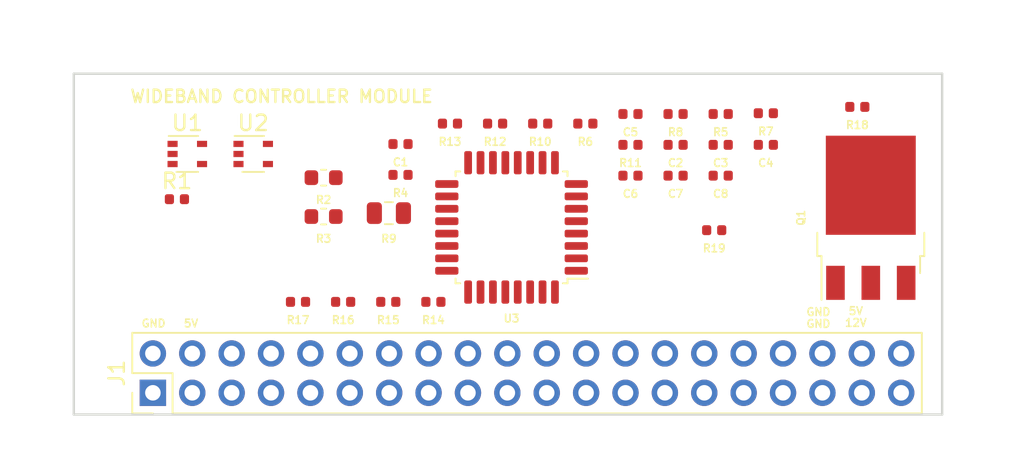
<source format=kicad_pcb>
(kicad_pcb (version 20171130) (host pcbnew "(5.1.5)-3")

  (general
    (thickness 1.6)
    (drawings 11)
    (tracks 0)
    (zones 0)
    (modules 32)
    (nets 70)
  )

  (page A)
  (title_block
    (title "Wideband Module")
    (date 2019-01-31)
    (rev R0.1)
    (company "Ruud Bilelektro for rusEFI")
  )

  (layers
    (0 F.Cu signal)
    (31 B.Cu signal)
    (32 B.Adhes user)
    (33 F.Adhes user)
    (34 B.Paste user)
    (35 F.Paste user)
    (36 B.SilkS user)
    (37 F.SilkS user)
    (38 B.Mask user)
    (39 F.Mask user)
    (40 Dwgs.User user)
    (41 Cmts.User user)
    (42 Eco1.User user)
    (43 Eco2.User user)
    (44 Edge.Cuts user)
    (45 Margin user)
    (46 B.CrtYd user hide)
    (47 F.CrtYd user hide)
    (48 B.Fab user hide)
    (49 F.Fab user hide)
  )

  (setup
    (last_trace_width 0.1524)
    (user_trace_width 0.1524)
    (user_trace_width 0.2159)
    (user_trace_width 0.2159)
    (user_trace_width 0.3048)
    (user_trace_width 0.6)
    (user_trace_width 1.0668)
    (user_trace_width 1.651)
    (user_trace_width 1.6764)
    (user_trace_width 2.7178)
    (trace_clearance 0.1524)
    (zone_clearance 0.254)
    (zone_45_only no)
    (trace_min 0.1524)
    (via_size 0.6)
    (via_drill 0.3)
    (via_min_size 0)
    (via_min_drill 0.3)
    (user_via 0.6 0.3)
    (user_via 0.78994 0.43434)
    (user_via 1 0.5)
    (user_via 1.54178 1.18618)
    (uvia_size 0.508)
    (uvia_drill 0.127)
    (uvias_allowed no)
    (uvia_min_size 0.508)
    (uvia_min_drill 0.127)
    (edge_width 0.15)
    (segment_width 0.2)
    (pcb_text_width 0.3)
    (pcb_text_size 1.5 1.5)
    (mod_edge_width 0.25)
    (mod_text_size 0.5 0.5)
    (mod_text_width 0.1)
    (pad_size 3 3)
    (pad_drill 3)
    (pad_to_mask_clearance 0.000051)
    (aux_axis_origin 0 0)
    (visible_elements 7FFFF7FF)
    (pcbplotparams
      (layerselection 0x0d0fc_ffffffff)
      (usegerberextensions false)
      (usegerberattributes false)
      (usegerberadvancedattributes false)
      (creategerberjobfile true)
      (excludeedgelayer false)
      (linewidth 0.100000)
      (plotframeref false)
      (viasonmask false)
      (mode 1)
      (useauxorigin true)
      (hpglpennumber 1)
      (hpglpenspeed 20)
      (hpglpendiameter 15.000000)
      (psnegative false)
      (psa4output false)
      (plotreference true)
      (plotvalue true)
      (plotinvisibletext false)
      (padsonsilk false)
      (subtractmaskfromsilk false)
      (outputformat 1)
      (mirror false)
      (drillshape 0)
      (scaleselection 1)
      (outputdirectory "Gerbers/"))
  )

  (net 0 "")
  (net 1 GND)
  (net 2 "Net-(J1-Pad40)")
  (net 3 "Net-(J1-Pad39)")
  (net 4 /LSUUN1)
  (net 5 /WO2-12V)
  (net 6 /CJ125_UR-1)
  (net 7 "Net-(J1-Pad38)")
  (net 8 "Net-(J1-Pad37)")
  (net 9 "Net-(J1-Pad36)")
  (net 10 "Net-(J1-Pad35)")
  (net 11 "Net-(J1-Pad34)")
  (net 12 "Net-(J1-Pad33)")
  (net 13 "Net-(J1-Pad32)")
  (net 14 "Net-(J1-Pad31)")
  (net 15 "Net-(J1-Pad30)")
  (net 16 "Net-(J1-Pad29)")
  (net 17 "Net-(J1-Pad28)")
  (net 18 "Net-(J1-Pad27)")
  (net 19 "Net-(J1-Pad26)")
  (net 20 "Net-(J1-Pad25)")
  (net 21 "Net-(J1-Pad24)")
  (net 22 "Net-(J1-Pad23)")
  (net 23 "Net-(J1-Pad22)")
  (net 24 "Net-(J1-Pad21)")
  (net 25 "Net-(J1-Pad20)")
  (net 26 "Net-(J1-Pad19)")
  (net 27 "Net-(J1-Pad18)")
  (net 28 "Net-(J1-Pad17)")
  (net 29 "Net-(J1-Pad16)")
  (net 30 "Net-(J1-Pad15)")
  (net 31 "Net-(J1-Pad14)")
  (net 32 "Net-(J1-Pad13)")
  (net 33 "Net-(J1-Pad12)")
  (net 34 "Net-(J1-Pad11)")
  (net 35 "Net-(J1-Pad10)")
  (net 36 "Net-(J1-Pad9)")
  (net 37 "Net-(J1-Pad8)")
  (net 38 "Net-(J1-Pad7)")
  (net 39 "Net-(J1-Pad6)")
  (net 40 "Net-(J1-Pad5)")
  (net 41 "Net-(J1-Pad4)")
  (net 42 "Net-(J1-Pad3)")
  (net 43 "Net-(J1-Pad2)")
  (net 44 "Net-(J1-Pad1)")
  (net 45 /CJ125_HEATER-1)
  (net 46 /LSU-HEAT-GATE)
  (net 47 /LSUVM1)
  (net 48 /LSUIA1)
  (net 49 /LSUIP1)
  (net 50 /CJ125-1-SO)
  (net 51 /CJ125-UA-1)
  (net 52 /4.2_4.9)
  (net 53 /5V)
  (net 54 /NO)
  (net 55 /COM)
  (net 56 "Net-(C2-Pad2)")
  (net 57 "Net-(C2-Pad1)")
  (net 58 "Net-(C5-Pad1)")
  (net 59 "Net-(C6-Pad2)")
  (net 60 "Net-(C8-Pad2)")
  (net 61 "Net-(R4-Pad1)")
  (net 62 "Net-(R6-Pad2)")
  (net 63 "Net-(R6-Pad1)")
  (net 64 "Net-(R8-Pad2)")
  (net 65 "Net-(R10-Pad2)")
  (net 66 "Net-(R12-Pad1)")
  (net 67 "Net-(R13-Pad2)")
  (net 68 "Net-(R14-Pad2)")
  (net 69 "Net-(R16-Pad2)")

  (net_class Default "This is the default net class."
    (clearance 0.1524)
    (trace_width 0.1524)
    (via_dia 0.6)
    (via_drill 0.3)
    (uvia_dia 0.508)
    (uvia_drill 0.127)
    (add_net /4.2_4.9)
    (add_net /CJ125-1-SO)
    (add_net /CJ125-UA-1)
    (add_net /CJ125_UR-1)
    (add_net /COM)
    (add_net /LSU-HEAT-GATE)
    (add_net /LSUIA1)
    (add_net /LSUIP1)
    (add_net /LSUUN1)
    (add_net /LSUVM1)
    (add_net /NO)
    (add_net /WO2-12V)
    (add_net "Net-(C2-Pad1)")
    (add_net "Net-(C2-Pad2)")
    (add_net "Net-(C5-Pad1)")
    (add_net "Net-(C6-Pad2)")
    (add_net "Net-(C8-Pad2)")
    (add_net "Net-(J1-Pad1)")
    (add_net "Net-(J1-Pad10)")
    (add_net "Net-(J1-Pad11)")
    (add_net "Net-(J1-Pad12)")
    (add_net "Net-(J1-Pad13)")
    (add_net "Net-(J1-Pad14)")
    (add_net "Net-(J1-Pad15)")
    (add_net "Net-(J1-Pad16)")
    (add_net "Net-(J1-Pad17)")
    (add_net "Net-(J1-Pad18)")
    (add_net "Net-(J1-Pad19)")
    (add_net "Net-(J1-Pad2)")
    (add_net "Net-(J1-Pad20)")
    (add_net "Net-(J1-Pad21)")
    (add_net "Net-(J1-Pad22)")
    (add_net "Net-(J1-Pad23)")
    (add_net "Net-(J1-Pad24)")
    (add_net "Net-(J1-Pad25)")
    (add_net "Net-(J1-Pad26)")
    (add_net "Net-(J1-Pad27)")
    (add_net "Net-(J1-Pad28)")
    (add_net "Net-(J1-Pad29)")
    (add_net "Net-(J1-Pad3)")
    (add_net "Net-(J1-Pad30)")
    (add_net "Net-(J1-Pad31)")
    (add_net "Net-(J1-Pad32)")
    (add_net "Net-(J1-Pad33)")
    (add_net "Net-(J1-Pad34)")
    (add_net "Net-(J1-Pad35)")
    (add_net "Net-(J1-Pad36)")
    (add_net "Net-(J1-Pad37)")
    (add_net "Net-(J1-Pad38)")
    (add_net "Net-(J1-Pad39)")
    (add_net "Net-(J1-Pad4)")
    (add_net "Net-(J1-Pad40)")
    (add_net "Net-(J1-Pad5)")
    (add_net "Net-(J1-Pad6)")
    (add_net "Net-(J1-Pad7)")
    (add_net "Net-(J1-Pad8)")
    (add_net "Net-(J1-Pad9)")
    (add_net "Net-(R10-Pad2)")
    (add_net "Net-(R12-Pad1)")
    (add_net "Net-(R13-Pad2)")
    (add_net "Net-(R14-Pad2)")
    (add_net "Net-(R16-Pad2)")
    (add_net "Net-(R4-Pad1)")
    (add_net "Net-(R6-Pad1)")
    (add_net "Net-(R6-Pad2)")
    (add_net "Net-(R8-Pad2)")
  )

  (net_class "1A EXTERNAL" ""
    (clearance 0.1905)
    (trace_width 0.3048)
    (via_dia 0.6858)
    (via_drill 0.3302)
    (uvia_dia 0.508)
    (uvia_drill 0.127)
    (add_net /5V)
    (add_net GND)
  )

  (net_class "2.5A EXTERNAL" ""
    (clearance 0.2159)
    (trace_width 1.0668)
    (via_dia 0.6858)
    (via_drill 0.3302)
    (uvia_dia 0.508)
    (uvia_drill 0.127)
  )

  (net_class "3,5A EXT HIGH VOLTAGE" ""
    (clearance 1.016)
    (trace_width 1.6764)
    (via_dia 0.6858)
    (via_drill 0.3302)
    (uvia_dia 0.508)
    (uvia_drill 0.127)
  )

  (net_class "3.5A EXTERNAL" ""
    (clearance 0.2159)
    (trace_width 1.651)
    (via_dia 1.0922)
    (via_drill 0.6858)
    (uvia_dia 0.508)
    (uvia_drill 0.127)
  )

  (net_class "5A EXTERNAL" ""
    (clearance 0.2159)
    (trace_width 1.0668)
    (via_dia 1.54178)
    (via_drill 1.18618)
    (uvia_dia 0.508)
    (uvia_drill 0.127)
    (add_net /CJ125_HEATER-1)
  )

  (net_class CUSTOM ""
    (clearance 0.1524)
    (trace_width 0.25)
    (via_dia 0.6)
    (via_drill 0.3)
    (uvia_dia 0.508)
    (uvia_drill 0.127)
  )

  (net_class "CUSTOM 0.6" ""
    (clearance 0.1524)
    (trace_width 0.6)
    (via_dia 1)
    (via_drill 0.4)
    (uvia_dia 0.508)
    (uvia_drill 0.127)
  )

  (net_class MIN_EXTERN_188A ""
    (clearance 0.1524)
    (trace_width 0.1524)
    (via_dia 0.6858)
    (via_drill 0.3302)
    (uvia_dia 0.508)
    (uvia_drill 0.127)
  )

  (net_class MIN_EXTERN_241A ""
    (clearance 0.1524)
    (trace_width 0.2159)
    (via_dia 0.6)
    (via_drill 0.3)
    (uvia_dia 0.508)
    (uvia_drill 0.127)
  )

  (module Package_TO_SOT_SMD:SOT-353_SC-70-5 (layer F.Cu) (tedit 5A02FF57) (tstamp 5E47D9D9)
    (at 31.57 25.18)
    (descr "SOT-353, SC-70-5")
    (tags "SOT-353 SC-70-5")
    (path /5E3A77C6)
    (attr smd)
    (fp_text reference U2 (at 0 -2) (layer F.SilkS)
      (effects (font (size 1 1) (thickness 0.15)))
    )
    (fp_text value TS5A3166DCKR (at 0 2 180) (layer F.Fab)
      (effects (font (size 1 1) (thickness 0.15)))
    )
    (fp_line (start -0.175 -1.1) (end -0.675 -0.6) (layer F.Fab) (width 0.1))
    (fp_line (start 0.675 1.1) (end -0.675 1.1) (layer F.Fab) (width 0.1))
    (fp_line (start 0.675 -1.1) (end 0.675 1.1) (layer F.Fab) (width 0.1))
    (fp_line (start -1.6 1.4) (end 1.6 1.4) (layer F.CrtYd) (width 0.05))
    (fp_line (start -0.675 -0.6) (end -0.675 1.1) (layer F.Fab) (width 0.1))
    (fp_line (start 0.675 -1.1) (end -0.175 -1.1) (layer F.Fab) (width 0.1))
    (fp_line (start -1.6 -1.4) (end 1.6 -1.4) (layer F.CrtYd) (width 0.05))
    (fp_line (start -1.6 -1.4) (end -1.6 1.4) (layer F.CrtYd) (width 0.05))
    (fp_line (start 1.6 1.4) (end 1.6 -1.4) (layer F.CrtYd) (width 0.05))
    (fp_line (start -0.7 1.16) (end 0.7 1.16) (layer F.SilkS) (width 0.12))
    (fp_line (start 0.7 -1.16) (end -1.2 -1.16) (layer F.SilkS) (width 0.12))
    (fp_text user %R (at 0 0 90) (layer F.Fab)
      (effects (font (size 0.5 0.5) (thickness 0.075)))
    )
    (pad 5 smd rect (at 0.95 -0.65) (size 0.65 0.4) (layers F.Cu F.Paste F.Mask)
      (net 53 /5V))
    (pad 4 smd rect (at 0.95 0.65) (size 0.65 0.4) (layers F.Cu F.Paste F.Mask)
      (net 52 /4.2_4.9))
    (pad 2 smd rect (at -0.95 0) (size 0.65 0.4) (layers F.Cu F.Paste F.Mask)
      (net 63 "Net-(R6-Pad1)"))
    (pad 3 smd rect (at -0.95 0.65) (size 0.65 0.4) (layers F.Cu F.Paste F.Mask)
      (net 1 GND))
    (pad 1 smd rect (at -0.95 -0.65) (size 0.65 0.4) (layers F.Cu F.Paste F.Mask)
      (net 62 "Net-(R6-Pad2)"))
    (model ${KISYS3DMOD}/Package_TO_SOT_SMD.3dshapes/SOT-353_SC-70-5.wrl
      (at (xyz 0 0 0))
      (scale (xyz 1 1 1))
      (rotate (xyz 0 0 0))
    )
  )

  (module Package_TO_SOT_SMD:SOT-353_SC-70-5 (layer F.Cu) (tedit 5A02FF57) (tstamp 5E47D9C4)
    (at 27.32 25.18)
    (descr "SOT-353, SC-70-5")
    (tags "SOT-353 SC-70-5")
    (path /5E374439)
    (attr smd)
    (fp_text reference U1 (at 0 -2) (layer F.SilkS)
      (effects (font (size 1 1) (thickness 0.15)))
    )
    (fp_text value TS5A3166DCKR (at 0 2 180) (layer F.Fab)
      (effects (font (size 1 1) (thickness 0.15)))
    )
    (fp_line (start -0.175 -1.1) (end -0.675 -0.6) (layer F.Fab) (width 0.1))
    (fp_line (start 0.675 1.1) (end -0.675 1.1) (layer F.Fab) (width 0.1))
    (fp_line (start 0.675 -1.1) (end 0.675 1.1) (layer F.Fab) (width 0.1))
    (fp_line (start -1.6 1.4) (end 1.6 1.4) (layer F.CrtYd) (width 0.05))
    (fp_line (start -0.675 -0.6) (end -0.675 1.1) (layer F.Fab) (width 0.1))
    (fp_line (start 0.675 -1.1) (end -0.175 -1.1) (layer F.Fab) (width 0.1))
    (fp_line (start -1.6 -1.4) (end 1.6 -1.4) (layer F.CrtYd) (width 0.05))
    (fp_line (start -1.6 -1.4) (end -1.6 1.4) (layer F.CrtYd) (width 0.05))
    (fp_line (start 1.6 1.4) (end 1.6 -1.4) (layer F.CrtYd) (width 0.05))
    (fp_line (start -0.7 1.16) (end 0.7 1.16) (layer F.SilkS) (width 0.12))
    (fp_line (start 0.7 -1.16) (end -1.2 -1.16) (layer F.SilkS) (width 0.12))
    (fp_text user %R (at 0 0 90) (layer F.Fab)
      (effects (font (size 0.5 0.5) (thickness 0.075)))
    )
    (pad 5 smd rect (at 0.95 -0.65) (size 0.65 0.4) (layers F.Cu F.Paste F.Mask)
      (net 53 /5V))
    (pad 4 smd rect (at 0.95 0.65) (size 0.65 0.4) (layers F.Cu F.Paste F.Mask)
      (net 52 /4.2_4.9))
    (pad 2 smd rect (at -0.95 0) (size 0.65 0.4) (layers F.Cu F.Paste F.Mask)
      (net 55 /COM))
    (pad 3 smd rect (at -0.95 0.65) (size 0.65 0.4) (layers F.Cu F.Paste F.Mask)
      (net 1 GND))
    (pad 1 smd rect (at -0.95 -0.65) (size 0.65 0.4) (layers F.Cu F.Paste F.Mask)
      (net 54 /NO))
    (model ${KISYS3DMOD}/Package_TO_SOT_SMD.3dshapes/SOT-353_SC-70-5.wrl
      (at (xyz 0 0 0))
      (scale (xyz 1 1 1))
      (rotate (xyz 0 0 0))
    )
  )

  (module Resistor_SMD:R_0402_1005Metric (layer F.Cu) (tedit 5B301BBD) (tstamp 5E47D8AD)
    (at 26.65 28.1)
    (descr "Resistor SMD 0402 (1005 Metric), square (rectangular) end terminal, IPC_7351 nominal, (Body size source: http://www.tortai-tech.com/upload/download/2011102023233369053.pdf), generated with kicad-footprint-generator")
    (tags resistor)
    (path /5E3C2317)
    (attr smd)
    (fp_text reference R1 (at 0 -1.17) (layer F.SilkS)
      (effects (font (size 1 1) (thickness 0.15)))
    )
    (fp_text value 10K (at 0 1.17) (layer F.Fab)
      (effects (font (size 1 1) (thickness 0.15)))
    )
    (fp_text user %R (at 0 0) (layer F.Fab)
      (effects (font (size 0.25 0.25) (thickness 0.04)))
    )
    (fp_line (start 0.93 0.47) (end -0.93 0.47) (layer F.CrtYd) (width 0.05))
    (fp_line (start 0.93 -0.47) (end 0.93 0.47) (layer F.CrtYd) (width 0.05))
    (fp_line (start -0.93 -0.47) (end 0.93 -0.47) (layer F.CrtYd) (width 0.05))
    (fp_line (start -0.93 0.47) (end -0.93 -0.47) (layer F.CrtYd) (width 0.05))
    (fp_line (start 0.5 0.25) (end -0.5 0.25) (layer F.Fab) (width 0.1))
    (fp_line (start 0.5 -0.25) (end 0.5 0.25) (layer F.Fab) (width 0.1))
    (fp_line (start -0.5 -0.25) (end 0.5 -0.25) (layer F.Fab) (width 0.1))
    (fp_line (start -0.5 0.25) (end -0.5 -0.25) (layer F.Fab) (width 0.1))
    (pad 2 smd roundrect (at 0.485 0) (size 0.59 0.64) (layers F.Cu F.Paste F.Mask) (roundrect_rratio 0.25)
      (net 52 /4.2_4.9))
    (pad 1 smd roundrect (at -0.485 0) (size 0.59 0.64) (layers F.Cu F.Paste F.Mask) (roundrect_rratio 0.25)
      (net 1 GND))
    (model ${KISYS3DMOD}/Resistor_SMD.3dshapes/R_0402_1005Metric.wrl
      (at (xyz 0 0 0))
      (scale (xyz 1 1 1))
      (rotate (xyz 0 0 0))
    )
  )

  (module Package_QFP:LQFP-32_7x7mm_P0.8mm (layer F.Cu) (tedit 5C1823C9) (tstamp 5E333D83)
    (at 48.23 29.92 180)
    (descr "LQFP, 32 Pin (https://www.nxp.com/docs/en/package-information/SOT358-1.pdf), generated with kicad-footprint-generator ipc_gullwing_generator.py")
    (tags "LQFP QFP")
    (path /5CE9AACB)
    (attr smd)
    (fp_text reference U3 (at 0 -5.88 180) (layer F.SilkS)
      (effects (font (size 0.5 0.5) (thickness 0.1)))
    )
    (fp_text value CJ125 (at 0 5.88 180) (layer F.Fab)
      (effects (font (size 1 1) (thickness 0.15)))
    )
    (fp_text user %R (at 0 0 180) (layer F.Fab)
      (effects (font (size 1 1) (thickness 0.15)))
    )
    (fp_line (start 5.18 3.3) (end 5.18 0) (layer F.CrtYd) (width 0.05))
    (fp_line (start 3.75 3.3) (end 5.18 3.3) (layer F.CrtYd) (width 0.05))
    (fp_line (start 3.75 3.75) (end 3.75 3.3) (layer F.CrtYd) (width 0.05))
    (fp_line (start 3.3 3.75) (end 3.75 3.75) (layer F.CrtYd) (width 0.05))
    (fp_line (start 3.3 5.18) (end 3.3 3.75) (layer F.CrtYd) (width 0.05))
    (fp_line (start 0 5.18) (end 3.3 5.18) (layer F.CrtYd) (width 0.05))
    (fp_line (start -5.18 3.3) (end -5.18 0) (layer F.CrtYd) (width 0.05))
    (fp_line (start -3.75 3.3) (end -5.18 3.3) (layer F.CrtYd) (width 0.05))
    (fp_line (start -3.75 3.75) (end -3.75 3.3) (layer F.CrtYd) (width 0.05))
    (fp_line (start -3.3 3.75) (end -3.75 3.75) (layer F.CrtYd) (width 0.05))
    (fp_line (start -3.3 5.18) (end -3.3 3.75) (layer F.CrtYd) (width 0.05))
    (fp_line (start 0 5.18) (end -3.3 5.18) (layer F.CrtYd) (width 0.05))
    (fp_line (start 5.18 -3.3) (end 5.18 0) (layer F.CrtYd) (width 0.05))
    (fp_line (start 3.75 -3.3) (end 5.18 -3.3) (layer F.CrtYd) (width 0.05))
    (fp_line (start 3.75 -3.75) (end 3.75 -3.3) (layer F.CrtYd) (width 0.05))
    (fp_line (start 3.3 -3.75) (end 3.75 -3.75) (layer F.CrtYd) (width 0.05))
    (fp_line (start 3.3 -5.18) (end 3.3 -3.75) (layer F.CrtYd) (width 0.05))
    (fp_line (start 0 -5.18) (end 3.3 -5.18) (layer F.CrtYd) (width 0.05))
    (fp_line (start -5.18 -3.3) (end -5.18 0) (layer F.CrtYd) (width 0.05))
    (fp_line (start -3.75 -3.3) (end -5.18 -3.3) (layer F.CrtYd) (width 0.05))
    (fp_line (start -3.75 -3.75) (end -3.75 -3.3) (layer F.CrtYd) (width 0.05))
    (fp_line (start -3.3 -3.75) (end -3.75 -3.75) (layer F.CrtYd) (width 0.05))
    (fp_line (start -3.3 -5.18) (end -3.3 -3.75) (layer F.CrtYd) (width 0.05))
    (fp_line (start 0 -5.18) (end -3.3 -5.18) (layer F.CrtYd) (width 0.05))
    (fp_line (start -3.5 -2.5) (end -2.5 -3.5) (layer F.Fab) (width 0.1))
    (fp_line (start -3.5 3.5) (end -3.5 -2.5) (layer F.Fab) (width 0.1))
    (fp_line (start 3.5 3.5) (end -3.5 3.5) (layer F.Fab) (width 0.1))
    (fp_line (start 3.5 -3.5) (end 3.5 3.5) (layer F.Fab) (width 0.1))
    (fp_line (start -2.5 -3.5) (end 3.5 -3.5) (layer F.Fab) (width 0.1))
    (fp_line (start -3.61 -3.31) (end -4.925 -3.31) (layer F.SilkS) (width 0.12))
    (fp_line (start -3.61 -3.61) (end -3.61 -3.31) (layer F.SilkS) (width 0.12))
    (fp_line (start -3.31 -3.61) (end -3.61 -3.61) (layer F.SilkS) (width 0.12))
    (fp_line (start 3.61 -3.61) (end 3.61 -3.31) (layer F.SilkS) (width 0.12))
    (fp_line (start 3.31 -3.61) (end 3.61 -3.61) (layer F.SilkS) (width 0.12))
    (fp_line (start -3.61 3.61) (end -3.61 3.31) (layer F.SilkS) (width 0.12))
    (fp_line (start -3.31 3.61) (end -3.61 3.61) (layer F.SilkS) (width 0.12))
    (fp_line (start 3.61 3.61) (end 3.61 3.31) (layer F.SilkS) (width 0.12))
    (fp_line (start 3.31 3.61) (end 3.61 3.61) (layer F.SilkS) (width 0.12))
    (pad 32 smd roundrect (at -2.8 -4.175 180) (size 0.5 1.5) (layers F.Cu F.Paste F.Mask) (roundrect_rratio 0.25)
      (net 49 /LSUIP1))
    (pad 31 smd roundrect (at -2 -4.175 180) (size 0.5 1.5) (layers F.Cu F.Paste F.Mask) (roundrect_rratio 0.25)
      (net 4 /LSUUN1))
    (pad 30 smd roundrect (at -1.2 -4.175 180) (size 0.5 1.5) (layers F.Cu F.Paste F.Mask) (roundrect_rratio 0.25)
      (net 5 /WO2-12V))
    (pad 29 smd roundrect (at -0.4 -4.175 180) (size 0.5 1.5) (layers F.Cu F.Paste F.Mask) (roundrect_rratio 0.25)
      (net 1 GND))
    (pad 28 smd roundrect (at 0.4 -4.175 180) (size 0.5 1.5) (layers F.Cu F.Paste F.Mask) (roundrect_rratio 0.25)
      (net 1 GND))
    (pad 27 smd roundrect (at 1.2 -4.175 180) (size 0.5 1.5) (layers F.Cu F.Paste F.Mask) (roundrect_rratio 0.25)
      (net 66 "Net-(R12-Pad1)"))
    (pad 26 smd roundrect (at 2 -4.175 180) (size 0.5 1.5) (layers F.Cu F.Paste F.Mask) (roundrect_rratio 0.25)
      (net 59 "Net-(C6-Pad2)"))
    (pad 25 smd roundrect (at 2.8 -4.175 180) (size 0.5 1.5) (layers F.Cu F.Paste F.Mask) (roundrect_rratio 0.25))
    (pad 24 smd roundrect (at 4.175 -2.8 180) (size 1.5 0.5) (layers F.Cu F.Paste F.Mask) (roundrect_rratio 0.25))
    (pad 23 smd roundrect (at 4.175 -2 180) (size 1.5 0.5) (layers F.Cu F.Paste F.Mask) (roundrect_rratio 0.25)
      (net 69 "Net-(R16-Pad2)"))
    (pad 22 smd roundrect (at 4.175 -1.2 180) (size 1.5 0.5) (layers F.Cu F.Paste F.Mask) (roundrect_rratio 0.25)
      (net 61 "Net-(R4-Pad1)"))
    (pad 21 smd roundrect (at 4.175 -0.4 180) (size 1.5 0.5) (layers F.Cu F.Paste F.Mask) (roundrect_rratio 0.25)
      (net 64 "Net-(R8-Pad2)"))
    (pad 20 smd roundrect (at 4.175 0.4 180) (size 1.5 0.5) (layers F.Cu F.Paste F.Mask) (roundrect_rratio 0.25)
      (net 47 /LSUVM1))
    (pad 19 smd roundrect (at 4.175 1.2 180) (size 1.5 0.5) (layers F.Cu F.Paste F.Mask) (roundrect_rratio 0.25)
      (net 53 /5V))
    (pad 18 smd roundrect (at 4.175 2 180) (size 1.5 0.5) (layers F.Cu F.Paste F.Mask) (roundrect_rratio 0.25)
      (net 53 /5V))
    (pad 17 smd roundrect (at 4.175 2.8 180) (size 1.5 0.5) (layers F.Cu F.Paste F.Mask) (roundrect_rratio 0.25))
    (pad 16 smd roundrect (at 2.8 4.175 180) (size 0.5 1.5) (layers F.Cu F.Paste F.Mask) (roundrect_rratio 0.25))
    (pad 15 smd roundrect (at 2 4.175 180) (size 0.5 1.5) (layers F.Cu F.Paste F.Mask) (roundrect_rratio 0.25))
    (pad 14 smd roundrect (at 1.2 4.175 180) (size 0.5 1.5) (layers F.Cu F.Paste F.Mask) (roundrect_rratio 0.25)
      (net 50 /CJ125-1-SO))
    (pad 13 smd roundrect (at 0.4 4.175 180) (size 0.5 1.5) (layers F.Cu F.Paste F.Mask) (roundrect_rratio 0.25))
    (pad 12 smd roundrect (at -0.4 4.175 180) (size 0.5 1.5) (layers F.Cu F.Paste F.Mask) (roundrect_rratio 0.25)
      (net 68 "Net-(R14-Pad2)"))
    (pad 11 smd roundrect (at -1.2 4.175 180) (size 0.5 1.5) (layers F.Cu F.Paste F.Mask) (roundrect_rratio 0.25)
      (net 56 "Net-(C2-Pad2)"))
    (pad 10 smd roundrect (at -2 4.175 180) (size 0.5 1.5) (layers F.Cu F.Paste F.Mask) (roundrect_rratio 0.25)
      (net 62 "Net-(R6-Pad2)"))
    (pad 9 smd roundrect (at -2.8 4.175 180) (size 0.5 1.5) (layers F.Cu F.Paste F.Mask) (roundrect_rratio 0.25))
    (pad 8 smd roundrect (at -4.175 2.8 180) (size 1.5 0.5) (layers F.Cu F.Paste F.Mask) (roundrect_rratio 0.25)
      (net 54 /NO))
    (pad 7 smd roundrect (at -4.175 2 180) (size 1.5 0.5) (layers F.Cu F.Paste F.Mask) (roundrect_rratio 0.25)
      (net 58 "Net-(C5-Pad1)"))
    (pad 6 smd roundrect (at -4.175 1.2 180) (size 1.5 0.5) (layers F.Cu F.Paste F.Mask) (roundrect_rratio 0.25)
      (net 65 "Net-(R10-Pad2)"))
    (pad 5 smd roundrect (at -4.175 0.4 180) (size 1.5 0.5) (layers F.Cu F.Paste F.Mask) (roundrect_rratio 0.25))
    (pad 4 smd roundrect (at -4.175 -0.4 180) (size 1.5 0.5) (layers F.Cu F.Paste F.Mask) (roundrect_rratio 0.25)
      (net 46 /LSU-HEAT-GATE))
    (pad 3 smd roundrect (at -4.175 -1.2 180) (size 1.5 0.5) (layers F.Cu F.Paste F.Mask) (roundrect_rratio 0.25)
      (net 67 "Net-(R13-Pad2)"))
    (pad 2 smd roundrect (at -4.175 -2 180) (size 1.5 0.5) (layers F.Cu F.Paste F.Mask) (roundrect_rratio 0.25)
      (net 48 /LSUIA1))
    (pad 1 smd roundrect (at -4.175 -2.8 180) (size 1.5 0.5) (layers F.Cu F.Paste F.Mask) (roundrect_rratio 0.25))
    (model ${KISYS3DMOD}/Package_QFP.3dshapes/LQFP-32_7x7mm_P0.8mm.wrl
      (at (xyz 0 0 0))
      (scale (xyz 1 1 1))
      (rotate (xyz 0 0 0))
    )
  )

  (module Resistor_SMD:R_0402_1005Metric (layer F.Cu) (tedit 5B301BBD) (tstamp 5E333D38)
    (at 61.3 30.1 180)
    (descr "Resistor SMD 0402 (1005 Metric), square (rectangular) end terminal, IPC_7351 nominal, (Body size source: http://www.tortai-tech.com/upload/download/2011102023233369053.pdf), generated with kicad-footprint-generator")
    (tags resistor)
    (path /5A774A0C)
    (attr smd)
    (fp_text reference R19 (at 0 -1.17 180) (layer F.SilkS)
      (effects (font (size 0.5 0.5) (thickness 0.1)))
    )
    (fp_text value 6.8K (at 0 1.17 180) (layer F.Fab)
      (effects (font (size 1 1) (thickness 0.15)))
    )
    (fp_text user %R (at 0 0 180) (layer F.Fab)
      (effects (font (size 1 1) (thickness 0.15)))
    )
    (fp_line (start 0.93 0.47) (end -0.93 0.47) (layer F.CrtYd) (width 0.05))
    (fp_line (start 0.93 -0.47) (end 0.93 0.47) (layer F.CrtYd) (width 0.05))
    (fp_line (start -0.93 -0.47) (end 0.93 -0.47) (layer F.CrtYd) (width 0.05))
    (fp_line (start -0.93 0.47) (end -0.93 -0.47) (layer F.CrtYd) (width 0.05))
    (fp_line (start 0.5 0.25) (end -0.5 0.25) (layer F.Fab) (width 0.1))
    (fp_line (start 0.5 -0.25) (end 0.5 0.25) (layer F.Fab) (width 0.1))
    (fp_line (start -0.5 -0.25) (end 0.5 -0.25) (layer F.Fab) (width 0.1))
    (fp_line (start -0.5 0.25) (end -0.5 -0.25) (layer F.Fab) (width 0.1))
    (pad 2 smd roundrect (at 0.485 0 180) (size 0.59 0.64) (layers F.Cu F.Paste F.Mask) (roundrect_rratio 0.25)
      (net 60 "Net-(C8-Pad2)"))
    (pad 1 smd roundrect (at -0.485 0 180) (size 0.59 0.64) (layers F.Cu F.Paste F.Mask) (roundrect_rratio 0.25)
      (net 51 /CJ125-UA-1))
    (model ${KISYS3DMOD}/Resistor_SMD.3dshapes/R_0402_1005Metric.wrl
      (at (xyz 0 0 0))
      (scale (xyz 1 1 1))
      (rotate (xyz 0 0 0))
    )
  )

  (module Resistor_SMD:R_0402_1005Metric (layer F.Cu) (tedit 5B301BBD) (tstamp 5E333D29)
    (at 70.53 22.14 180)
    (descr "Resistor SMD 0402 (1005 Metric), square (rectangular) end terminal, IPC_7351 nominal, (Body size source: http://www.tortai-tech.com/upload/download/2011102023233369053.pdf), generated with kicad-footprint-generator")
    (tags resistor)
    (path /5CE9AACA)
    (attr smd)
    (fp_text reference R18 (at 0 -1.17 180) (layer F.SilkS)
      (effects (font (size 0.5 0.5) (thickness 0.1)))
    )
    (fp_text value 10k (at 0 1.17 180) (layer F.Fab)
      (effects (font (size 1 1) (thickness 0.15)))
    )
    (fp_text user %R (at 0 0 180) (layer F.Fab)
      (effects (font (size 1 1) (thickness 0.15)))
    )
    (fp_line (start 0.93 0.47) (end -0.93 0.47) (layer F.CrtYd) (width 0.05))
    (fp_line (start 0.93 -0.47) (end 0.93 0.47) (layer F.CrtYd) (width 0.05))
    (fp_line (start -0.93 -0.47) (end 0.93 -0.47) (layer F.CrtYd) (width 0.05))
    (fp_line (start -0.93 0.47) (end -0.93 -0.47) (layer F.CrtYd) (width 0.05))
    (fp_line (start 0.5 0.25) (end -0.5 0.25) (layer F.Fab) (width 0.1))
    (fp_line (start 0.5 -0.25) (end 0.5 0.25) (layer F.Fab) (width 0.1))
    (fp_line (start -0.5 -0.25) (end 0.5 -0.25) (layer F.Fab) (width 0.1))
    (fp_line (start -0.5 0.25) (end -0.5 -0.25) (layer F.Fab) (width 0.1))
    (pad 2 smd roundrect (at 0.485 0 180) (size 0.59 0.64) (layers F.Cu F.Paste F.Mask) (roundrect_rratio 0.25)
      (net 1 GND))
    (pad 1 smd roundrect (at -0.485 0 180) (size 0.59 0.64) (layers F.Cu F.Paste F.Mask) (roundrect_rratio 0.25)
      (net 51 /CJ125-UA-1))
    (model ${KISYS3DMOD}/Resistor_SMD.3dshapes/R_0402_1005Metric.wrl
      (at (xyz 0 0 0))
      (scale (xyz 1 1 1))
      (rotate (xyz 0 0 0))
    )
  )

  (module Resistor_SMD:R_0402_1005Metric (layer F.Cu) (tedit 5B301BBD) (tstamp 5E333D1A)
    (at 34.46 34.73 180)
    (descr "Resistor SMD 0402 (1005 Metric), square (rectangular) end terminal, IPC_7351 nominal, (Body size source: http://www.tortai-tech.com/upload/download/2011102023233369053.pdf), generated with kicad-footprint-generator")
    (tags resistor)
    (path /5C4D2104)
    (attr smd)
    (fp_text reference R17 (at 0 -1.17 180) (layer F.SilkS)
      (effects (font (size 0.5 0.5) (thickness 0.1)))
    )
    (fp_text value 10k (at 0 1.17 180) (layer F.Fab)
      (effects (font (size 1 1) (thickness 0.15)))
    )
    (fp_text user %R (at 0 0 180) (layer F.Fab)
      (effects (font (size 1 1) (thickness 0.15)))
    )
    (fp_line (start 0.93 0.47) (end -0.93 0.47) (layer F.CrtYd) (width 0.05))
    (fp_line (start 0.93 -0.47) (end 0.93 0.47) (layer F.CrtYd) (width 0.05))
    (fp_line (start -0.93 -0.47) (end 0.93 -0.47) (layer F.CrtYd) (width 0.05))
    (fp_line (start -0.93 0.47) (end -0.93 -0.47) (layer F.CrtYd) (width 0.05))
    (fp_line (start 0.5 0.25) (end -0.5 0.25) (layer F.Fab) (width 0.1))
    (fp_line (start 0.5 -0.25) (end 0.5 0.25) (layer F.Fab) (width 0.1))
    (fp_line (start -0.5 -0.25) (end 0.5 -0.25) (layer F.Fab) (width 0.1))
    (fp_line (start -0.5 0.25) (end -0.5 -0.25) (layer F.Fab) (width 0.1))
    (pad 2 smd roundrect (at 0.485 0 180) (size 0.59 0.64) (layers F.Cu F.Paste F.Mask) (roundrect_rratio 0.25)
      (net 46 /LSU-HEAT-GATE))
    (pad 1 smd roundrect (at -0.485 0 180) (size 0.59 0.64) (layers F.Cu F.Paste F.Mask) (roundrect_rratio 0.25)
      (net 1 GND))
    (model ${KISYS3DMOD}/Resistor_SMD.3dshapes/R_0402_1005Metric.wrl
      (at (xyz 0 0 0))
      (scale (xyz 1 1 1))
      (rotate (xyz 0 0 0))
    )
  )

  (module Resistor_SMD:R_0402_1005Metric (layer F.Cu) (tedit 5B301BBD) (tstamp 5E333D0B)
    (at 37.37 34.73 180)
    (descr "Resistor SMD 0402 (1005 Metric), square (rectangular) end terminal, IPC_7351 nominal, (Body size source: http://www.tortai-tech.com/upload/download/2011102023233369053.pdf), generated with kicad-footprint-generator")
    (tags resistor)
    (path /5CE9AAC6)
    (attr smd)
    (fp_text reference R16 (at 0 -1.17 180) (layer F.SilkS)
      (effects (font (size 0.5 0.5) (thickness 0.1)))
    )
    (fp_text value 1K (at 0 1.17 180) (layer F.Fab)
      (effects (font (size 1 1) (thickness 0.15)))
    )
    (fp_text user %R (at 0 0 180) (layer F.Fab)
      (effects (font (size 1 1) (thickness 0.15)))
    )
    (fp_line (start 0.93 0.47) (end -0.93 0.47) (layer F.CrtYd) (width 0.05))
    (fp_line (start 0.93 -0.47) (end 0.93 0.47) (layer F.CrtYd) (width 0.05))
    (fp_line (start -0.93 -0.47) (end 0.93 -0.47) (layer F.CrtYd) (width 0.05))
    (fp_line (start -0.93 0.47) (end -0.93 -0.47) (layer F.CrtYd) (width 0.05))
    (fp_line (start 0.5 0.25) (end -0.5 0.25) (layer F.Fab) (width 0.1))
    (fp_line (start 0.5 -0.25) (end 0.5 0.25) (layer F.Fab) (width 0.1))
    (fp_line (start -0.5 -0.25) (end 0.5 -0.25) (layer F.Fab) (width 0.1))
    (fp_line (start -0.5 0.25) (end -0.5 -0.25) (layer F.Fab) (width 0.1))
    (pad 2 smd roundrect (at 0.485 0 180) (size 0.59 0.64) (layers F.Cu F.Paste F.Mask) (roundrect_rratio 0.25)
      (net 69 "Net-(R16-Pad2)"))
    (pad 1 smd roundrect (at -0.485 0 180) (size 0.59 0.64) (layers F.Cu F.Paste F.Mask) (roundrect_rratio 0.25)
      (net 60 "Net-(C8-Pad2)"))
    (model ${KISYS3DMOD}/Resistor_SMD.3dshapes/R_0402_1005Metric.wrl
      (at (xyz 0 0 0))
      (scale (xyz 1 1 1))
      (rotate (xyz 0 0 0))
    )
  )

  (module Resistor_SMD:R_0402_1005Metric (layer F.Cu) (tedit 5B301BBD) (tstamp 5E333CFC)
    (at 40.28 34.73 180)
    (descr "Resistor SMD 0402 (1005 Metric), square (rectangular) end terminal, IPC_7351 nominal, (Body size source: http://www.tortai-tech.com/upload/download/2011102023233369053.pdf), generated with kicad-footprint-generator")
    (tags resistor)
    (path /5D9A581F)
    (attr smd)
    (fp_text reference R15 (at 0 -1.17 180) (layer F.SilkS)
      (effects (font (size 0.5 0.5) (thickness 0.1)))
    )
    (fp_text value 100K (at 0 1.17 180) (layer F.Fab)
      (effects (font (size 1 1) (thickness 0.15)))
    )
    (fp_text user %R (at 0 0 180) (layer F.Fab)
      (effects (font (size 1 1) (thickness 0.15)))
    )
    (fp_line (start 0.93 0.47) (end -0.93 0.47) (layer F.CrtYd) (width 0.05))
    (fp_line (start 0.93 -0.47) (end 0.93 0.47) (layer F.CrtYd) (width 0.05))
    (fp_line (start -0.93 -0.47) (end 0.93 -0.47) (layer F.CrtYd) (width 0.05))
    (fp_line (start -0.93 0.47) (end -0.93 -0.47) (layer F.CrtYd) (width 0.05))
    (fp_line (start 0.5 0.25) (end -0.5 0.25) (layer F.Fab) (width 0.1))
    (fp_line (start 0.5 -0.25) (end 0.5 0.25) (layer F.Fab) (width 0.1))
    (fp_line (start -0.5 -0.25) (end 0.5 -0.25) (layer F.Fab) (width 0.1))
    (fp_line (start -0.5 0.25) (end -0.5 -0.25) (layer F.Fab) (width 0.1))
    (pad 2 smd roundrect (at 0.485 0 180) (size 0.59 0.64) (layers F.Cu F.Paste F.Mask) (roundrect_rratio 0.25)
      (net 50 /CJ125-1-SO))
    (pad 1 smd roundrect (at -0.485 0 180) (size 0.59 0.64) (layers F.Cu F.Paste F.Mask) (roundrect_rratio 0.25)
      (net 1 GND))
    (model ${KISYS3DMOD}/Resistor_SMD.3dshapes/R_0402_1005Metric.wrl
      (at (xyz 0 0 0))
      (scale (xyz 1 1 1))
      (rotate (xyz 0 0 0))
    )
  )

  (module Resistor_SMD:R_0402_1005Metric (layer F.Cu) (tedit 5B301BBD) (tstamp 5E333CED)
    (at 43.19 34.73 180)
    (descr "Resistor SMD 0402 (1005 Metric), square (rectangular) end terminal, IPC_7351 nominal, (Body size source: http://www.tortai-tech.com/upload/download/2011102023233369053.pdf), generated with kicad-footprint-generator")
    (tags resistor)
    (path /5CE9AAC3)
    (attr smd)
    (fp_text reference R14 (at 0 -1.17 180) (layer F.SilkS)
      (effects (font (size 0.5 0.5) (thickness 0.1)))
    )
    (fp_text value 1K (at 0 1.17 180) (layer F.Fab)
      (effects (font (size 1 1) (thickness 0.15)))
    )
    (fp_text user %R (at 0 0 180) (layer F.Fab)
      (effects (font (size 1 1) (thickness 0.15)))
    )
    (fp_line (start 0.93 0.47) (end -0.93 0.47) (layer F.CrtYd) (width 0.05))
    (fp_line (start 0.93 -0.47) (end 0.93 0.47) (layer F.CrtYd) (width 0.05))
    (fp_line (start -0.93 -0.47) (end 0.93 -0.47) (layer F.CrtYd) (width 0.05))
    (fp_line (start -0.93 0.47) (end -0.93 -0.47) (layer F.CrtYd) (width 0.05))
    (fp_line (start 0.5 0.25) (end -0.5 0.25) (layer F.Fab) (width 0.1))
    (fp_line (start 0.5 -0.25) (end 0.5 0.25) (layer F.Fab) (width 0.1))
    (fp_line (start -0.5 -0.25) (end 0.5 -0.25) (layer F.Fab) (width 0.1))
    (fp_line (start -0.5 0.25) (end -0.5 -0.25) (layer F.Fab) (width 0.1))
    (pad 2 smd roundrect (at 0.485 0 180) (size 0.59 0.64) (layers F.Cu F.Paste F.Mask) (roundrect_rratio 0.25)
      (net 68 "Net-(R14-Pad2)"))
    (pad 1 smd roundrect (at -0.485 0 180) (size 0.59 0.64) (layers F.Cu F.Paste F.Mask) (roundrect_rratio 0.25)
      (net 6 /CJ125_UR-1))
    (model ${KISYS3DMOD}/Resistor_SMD.3dshapes/R_0402_1005Metric.wrl
      (at (xyz 0 0 0))
      (scale (xyz 1 1 1))
      (rotate (xyz 0 0 0))
    )
  )

  (module Resistor_SMD:R_0402_1005Metric (layer F.Cu) (tedit 5B301BBD) (tstamp 5E333CDE)
    (at 44.26 23.22 180)
    (descr "Resistor SMD 0402 (1005 Metric), square (rectangular) end terminal, IPC_7351 nominal, (Body size source: http://www.tortai-tech.com/upload/download/2011102023233369053.pdf), generated with kicad-footprint-generator")
    (tags resistor)
    (path /5CE9AAC2)
    (attr smd)
    (fp_text reference R13 (at 0 -1.17 180) (layer F.SilkS)
      (effects (font (size 0.5 0.5) (thickness 0.1)))
    )
    (fp_text value 10k (at 0 1.17 180) (layer F.Fab)
      (effects (font (size 1 1) (thickness 0.15)))
    )
    (fp_text user %R (at 0 0 180) (layer F.Fab)
      (effects (font (size 1 1) (thickness 0.15)))
    )
    (fp_line (start 0.93 0.47) (end -0.93 0.47) (layer F.CrtYd) (width 0.05))
    (fp_line (start 0.93 -0.47) (end 0.93 0.47) (layer F.CrtYd) (width 0.05))
    (fp_line (start -0.93 -0.47) (end 0.93 -0.47) (layer F.CrtYd) (width 0.05))
    (fp_line (start -0.93 0.47) (end -0.93 -0.47) (layer F.CrtYd) (width 0.05))
    (fp_line (start 0.5 0.25) (end -0.5 0.25) (layer F.Fab) (width 0.1))
    (fp_line (start 0.5 -0.25) (end 0.5 0.25) (layer F.Fab) (width 0.1))
    (fp_line (start -0.5 -0.25) (end 0.5 -0.25) (layer F.Fab) (width 0.1))
    (fp_line (start -0.5 0.25) (end -0.5 -0.25) (layer F.Fab) (width 0.1))
    (pad 2 smd roundrect (at 0.485 0 180) (size 0.59 0.64) (layers F.Cu F.Paste F.Mask) (roundrect_rratio 0.25)
      (net 67 "Net-(R13-Pad2)"))
    (pad 1 smd roundrect (at -0.485 0 180) (size 0.59 0.64) (layers F.Cu F.Paste F.Mask) (roundrect_rratio 0.25)
      (net 1 GND))
    (model ${KISYS3DMOD}/Resistor_SMD.3dshapes/R_0402_1005Metric.wrl
      (at (xyz 0 0 0))
      (scale (xyz 1 1 1))
      (rotate (xyz 0 0 0))
    )
  )

  (module Resistor_SMD:R_0402_1005Metric (layer F.Cu) (tedit 5B301BBD) (tstamp 5E333CCF)
    (at 47.17 23.22 180)
    (descr "Resistor SMD 0402 (1005 Metric), square (rectangular) end terminal, IPC_7351 nominal, (Body size source: http://www.tortai-tech.com/upload/download/2011102023233369053.pdf), generated with kicad-footprint-generator")
    (tags resistor)
    (path /5C7295F3)
    (attr smd)
    (fp_text reference R12 (at 0 -1.17 180) (layer F.SilkS)
      (effects (font (size 0.5 0.5) (thickness 0.1)))
    )
    (fp_text value 100K (at 0 1.17 180) (layer F.Fab)
      (effects (font (size 1 1) (thickness 0.15)))
    )
    (fp_text user %R (at 0 0 180) (layer F.Fab)
      (effects (font (size 1 1) (thickness 0.15)))
    )
    (fp_line (start 0.93 0.47) (end -0.93 0.47) (layer F.CrtYd) (width 0.05))
    (fp_line (start 0.93 -0.47) (end 0.93 0.47) (layer F.CrtYd) (width 0.05))
    (fp_line (start -0.93 -0.47) (end 0.93 -0.47) (layer F.CrtYd) (width 0.05))
    (fp_line (start -0.93 0.47) (end -0.93 -0.47) (layer F.CrtYd) (width 0.05))
    (fp_line (start 0.5 0.25) (end -0.5 0.25) (layer F.Fab) (width 0.1))
    (fp_line (start 0.5 -0.25) (end 0.5 0.25) (layer F.Fab) (width 0.1))
    (fp_line (start -0.5 -0.25) (end 0.5 -0.25) (layer F.Fab) (width 0.1))
    (fp_line (start -0.5 0.25) (end -0.5 -0.25) (layer F.Fab) (width 0.1))
    (pad 2 smd roundrect (at 0.485 0 180) (size 0.59 0.64) (layers F.Cu F.Paste F.Mask) (roundrect_rratio 0.25)
      (net 59 "Net-(C6-Pad2)"))
    (pad 1 smd roundrect (at -0.485 0 180) (size 0.59 0.64) (layers F.Cu F.Paste F.Mask) (roundrect_rratio 0.25)
      (net 66 "Net-(R12-Pad1)"))
    (model ${KISYS3DMOD}/Resistor_SMD.3dshapes/R_0402_1005Metric.wrl
      (at (xyz 0 0 0))
      (scale (xyz 1 1 1))
      (rotate (xyz 0 0 0))
    )
  )

  (module Resistor_SMD:R_0402_1005Metric (layer F.Cu) (tedit 5B301BBD) (tstamp 5E333CC0)
    (at 50.08 23.22 180)
    (descr "Resistor SMD 0402 (1005 Metric), square (rectangular) end terminal, IPC_7351 nominal, (Body size source: http://www.tortai-tech.com/upload/download/2011102023233369053.pdf), generated with kicad-footprint-generator")
    (tags resistor)
    (path /5C7295F2)
    (attr smd)
    (fp_text reference R10 (at 0 -1.17 180) (layer F.SilkS)
      (effects (font (size 0.5 0.5) (thickness 0.1)))
    )
    (fp_text value 6.8K (at 0 1.17 180) (layer F.Fab)
      (effects (font (size 1 1) (thickness 0.15)))
    )
    (fp_text user %R (at 0 0 180) (layer F.Fab)
      (effects (font (size 1 1) (thickness 0.15)))
    )
    (fp_line (start 0.93 0.47) (end -0.93 0.47) (layer F.CrtYd) (width 0.05))
    (fp_line (start 0.93 -0.47) (end 0.93 0.47) (layer F.CrtYd) (width 0.05))
    (fp_line (start -0.93 -0.47) (end 0.93 -0.47) (layer F.CrtYd) (width 0.05))
    (fp_line (start -0.93 0.47) (end -0.93 -0.47) (layer F.CrtYd) (width 0.05))
    (fp_line (start 0.5 0.25) (end -0.5 0.25) (layer F.Fab) (width 0.1))
    (fp_line (start 0.5 -0.25) (end 0.5 0.25) (layer F.Fab) (width 0.1))
    (fp_line (start -0.5 -0.25) (end 0.5 -0.25) (layer F.Fab) (width 0.1))
    (fp_line (start -0.5 0.25) (end -0.5 -0.25) (layer F.Fab) (width 0.1))
    (pad 2 smd roundrect (at 0.485 0 180) (size 0.59 0.64) (layers F.Cu F.Paste F.Mask) (roundrect_rratio 0.25)
      (net 65 "Net-(R10-Pad2)"))
    (pad 1 smd roundrect (at -0.485 0 180) (size 0.59 0.64) (layers F.Cu F.Paste F.Mask) (roundrect_rratio 0.25)
      (net 45 /CJ125_HEATER-1))
    (model ${KISYS3DMOD}/Resistor_SMD.3dshapes/R_0402_1005Metric.wrl
      (at (xyz 0 0 0))
      (scale (xyz 1 1 1))
      (rotate (xyz 0 0 0))
    )
  )

  (module Resistor_SMD:R_0805_2012Metric (layer F.Cu) (tedit 5B36C52B) (tstamp 5E333CB1)
    (at 40.32 29 180)
    (descr "Resistor SMD 0805 (2012 Metric), square (rectangular) end terminal, IPC_7351 nominal, (Body size source: https://docs.google.com/spreadsheets/d/1BsfQQcO9C6DZCsRaXUlFlo91Tg2WpOkGARC1WS5S8t0/edit?usp=sharing), generated with kicad-footprint-generator")
    (tags resistor)
    (path /5CE9AAB7)
    (attr smd)
    (fp_text reference R9 (at 0 -1.65 180) (layer F.SilkS)
      (effects (font (size 0.5 0.5) (thickness 0.1)))
    )
    (fp_text value 61.9R (at 0 1.65 180) (layer F.Fab)
      (effects (font (size 1 1) (thickness 0.15)))
    )
    (fp_text user %R (at 0 0 180) (layer F.Fab)
      (effects (font (size 1 1) (thickness 0.15)))
    )
    (fp_line (start 1.68 0.95) (end -1.68 0.95) (layer F.CrtYd) (width 0.05))
    (fp_line (start 1.68 -0.95) (end 1.68 0.95) (layer F.CrtYd) (width 0.05))
    (fp_line (start -1.68 -0.95) (end 1.68 -0.95) (layer F.CrtYd) (width 0.05))
    (fp_line (start -1.68 0.95) (end -1.68 -0.95) (layer F.CrtYd) (width 0.05))
    (fp_line (start -0.258578 0.71) (end 0.258578 0.71) (layer F.SilkS) (width 0.12))
    (fp_line (start -0.258578 -0.71) (end 0.258578 -0.71) (layer F.SilkS) (width 0.12))
    (fp_line (start 1 0.6) (end -1 0.6) (layer F.Fab) (width 0.1))
    (fp_line (start 1 -0.6) (end 1 0.6) (layer F.Fab) (width 0.1))
    (fp_line (start -1 -0.6) (end 1 -0.6) (layer F.Fab) (width 0.1))
    (fp_line (start -1 0.6) (end -1 -0.6) (layer F.Fab) (width 0.1))
    (pad 2 smd roundrect (at 0.9375 0 180) (size 0.975 1.4) (layers F.Cu F.Paste F.Mask) (roundrect_rratio 0.25)
      (net 49 /LSUIP1))
    (pad 1 smd roundrect (at -0.9375 0 180) (size 0.975 1.4) (layers F.Cu F.Paste F.Mask) (roundrect_rratio 0.25)
      (net 48 /LSUIA1))
    (model ${KISYS3DMOD}/Resistor_SMD.3dshapes/R_0805_2012Metric.wrl
      (at (xyz 0 0 0))
      (scale (xyz 1 1 1))
      (rotate (xyz 0 0 0))
    )
  )

  (module Resistor_SMD:R_0603_1608Metric (layer F.Cu) (tedit 5B301BBD) (tstamp 5E333CA0)
    (at 36.11 26.71 180)
    (descr "Resistor SMD 0603 (1608 Metric), square (rectangular) end terminal, IPC_7351 nominal, (Body size source: http://www.tortai-tech.com/upload/download/2011102023233369053.pdf), generated with kicad-footprint-generator")
    (tags resistor)
    (path /4E39E9BD)
    (attr smd)
    (fp_text reference R2 (at 0 -1.43 180) (layer F.SilkS)
      (effects (font (size 0.5 0.5) (thickness 0.1)))
    )
    (fp_text value 220R (at 0 1.43 180) (layer F.Fab)
      (effects (font (size 1 1) (thickness 0.15)))
    )
    (fp_text user %R (at 0 0 180) (layer F.Fab)
      (effects (font (size 1 1) (thickness 0.15)))
    )
    (fp_line (start 1.48 0.73) (end -1.48 0.73) (layer F.CrtYd) (width 0.05))
    (fp_line (start 1.48 -0.73) (end 1.48 0.73) (layer F.CrtYd) (width 0.05))
    (fp_line (start -1.48 -0.73) (end 1.48 -0.73) (layer F.CrtYd) (width 0.05))
    (fp_line (start -1.48 0.73) (end -1.48 -0.73) (layer F.CrtYd) (width 0.05))
    (fp_line (start -0.162779 0.51) (end 0.162779 0.51) (layer F.SilkS) (width 0.12))
    (fp_line (start -0.162779 -0.51) (end 0.162779 -0.51) (layer F.SilkS) (width 0.12))
    (fp_line (start 0.8 0.4) (end -0.8 0.4) (layer F.Fab) (width 0.1))
    (fp_line (start 0.8 -0.4) (end 0.8 0.4) (layer F.Fab) (width 0.1))
    (fp_line (start -0.8 -0.4) (end 0.8 -0.4) (layer F.Fab) (width 0.1))
    (fp_line (start -0.8 0.4) (end -0.8 -0.4) (layer F.Fab) (width 0.1))
    (pad 2 smd roundrect (at 0.7875 0 180) (size 0.875 0.95) (layers F.Cu F.Paste F.Mask) (roundrect_rratio 0.25)
      (net 54 /NO))
    (pad 1 smd roundrect (at -0.7875 0 180) (size 0.875 0.95) (layers F.Cu F.Paste F.Mask) (roundrect_rratio 0.25)
      (net 55 /COM))
    (model ${KISYS3DMOD}/Resistor_SMD.3dshapes/R_0603_1608Metric.wrl
      (at (xyz 0 0 0))
      (scale (xyz 1 1 1))
      (rotate (xyz 0 0 0))
    )
  )

  (module Resistor_SMD:R_0402_1005Metric (layer F.Cu) (tedit 5B301BBD) (tstamp 5E333C8F)
    (at 52.99 23.22 180)
    (descr "Resistor SMD 0402 (1005 Metric), square (rectangular) end terminal, IPC_7351 nominal, (Body size source: http://www.tortai-tech.com/upload/download/2011102023233369053.pdf), generated with kicad-footprint-generator")
    (tags resistor)
    (path /5CE9AAB5)
    (attr smd)
    (fp_text reference R6 (at 0 -1.17 180) (layer F.SilkS)
      (effects (font (size 0.5 0.5) (thickness 0.1)))
    )
    (fp_text value 21.6K (at 0 1.17 180) (layer F.Fab)
      (effects (font (size 1 1) (thickness 0.15)))
    )
    (fp_text user %R (at 0 0 180) (layer F.Fab)
      (effects (font (size 1 1) (thickness 0.15)))
    )
    (fp_line (start 0.93 0.47) (end -0.93 0.47) (layer F.CrtYd) (width 0.05))
    (fp_line (start 0.93 -0.47) (end 0.93 0.47) (layer F.CrtYd) (width 0.05))
    (fp_line (start -0.93 -0.47) (end 0.93 -0.47) (layer F.CrtYd) (width 0.05))
    (fp_line (start -0.93 0.47) (end -0.93 -0.47) (layer F.CrtYd) (width 0.05))
    (fp_line (start 0.5 0.25) (end -0.5 0.25) (layer F.Fab) (width 0.1))
    (fp_line (start 0.5 -0.25) (end 0.5 0.25) (layer F.Fab) (width 0.1))
    (fp_line (start -0.5 -0.25) (end 0.5 -0.25) (layer F.Fab) (width 0.1))
    (fp_line (start -0.5 0.25) (end -0.5 -0.25) (layer F.Fab) (width 0.1))
    (pad 2 smd roundrect (at 0.485 0 180) (size 0.59 0.64) (layers F.Cu F.Paste F.Mask) (roundrect_rratio 0.25)
      (net 62 "Net-(R6-Pad2)"))
    (pad 1 smd roundrect (at -0.485 0 180) (size 0.59 0.64) (layers F.Cu F.Paste F.Mask) (roundrect_rratio 0.25)
      (net 63 "Net-(R6-Pad1)"))
    (model ${KISYS3DMOD}/Resistor_SMD.3dshapes/R_0402_1005Metric.wrl
      (at (xyz 0 0 0))
      (scale (xyz 1 1 1))
      (rotate (xyz 0 0 0))
    )
  )

  (module Resistor_SMD:R_0402_1005Metric (layer F.Cu) (tedit 5B301BBD) (tstamp 5E333C80)
    (at 55.9 24.59 180)
    (descr "Resistor SMD 0402 (1005 Metric), square (rectangular) end terminal, IPC_7351 nominal, (Body size source: http://www.tortai-tech.com/upload/download/2011102023233369053.pdf), generated with kicad-footprint-generator")
    (tags resistor)
    (path /5C7295D2)
    (attr smd)
    (fp_text reference R11 (at 0 -1.17 180) (layer F.SilkS)
      (effects (font (size 0.5 0.5) (thickness 0.1)))
    )
    (fp_text value 10k (at 0 1.17 180) (layer F.Fab)
      (effects (font (size 1 1) (thickness 0.15)))
    )
    (fp_text user %R (at 0 0 180) (layer F.Fab)
      (effects (font (size 1 1) (thickness 0.15)))
    )
    (fp_line (start 0.93 0.47) (end -0.93 0.47) (layer F.CrtYd) (width 0.05))
    (fp_line (start 0.93 -0.47) (end 0.93 0.47) (layer F.CrtYd) (width 0.05))
    (fp_line (start -0.93 -0.47) (end 0.93 -0.47) (layer F.CrtYd) (width 0.05))
    (fp_line (start -0.93 0.47) (end -0.93 -0.47) (layer F.CrtYd) (width 0.05))
    (fp_line (start 0.5 0.25) (end -0.5 0.25) (layer F.Fab) (width 0.1))
    (fp_line (start 0.5 -0.25) (end 0.5 0.25) (layer F.Fab) (width 0.1))
    (fp_line (start -0.5 -0.25) (end 0.5 -0.25) (layer F.Fab) (width 0.1))
    (fp_line (start -0.5 0.25) (end -0.5 -0.25) (layer F.Fab) (width 0.1))
    (pad 2 smd roundrect (at 0.485 0 180) (size 0.59 0.64) (layers F.Cu F.Paste F.Mask) (roundrect_rratio 0.25)
      (net 53 /5V))
    (pad 1 smd roundrect (at -0.485 0 180) (size 0.59 0.64) (layers F.Cu F.Paste F.Mask) (roundrect_rratio 0.25)
      (net 58 "Net-(C5-Pad1)"))
    (model ${KISYS3DMOD}/Resistor_SMD.3dshapes/R_0402_1005Metric.wrl
      (at (xyz 0 0 0))
      (scale (xyz 1 1 1))
      (rotate (xyz 0 0 0))
    )
  )

  (module Resistor_SMD:R_0402_1005Metric (layer F.Cu) (tedit 5B301BBD) (tstamp 5E333C71)
    (at 58.81 22.6 180)
    (descr "Resistor SMD 0402 (1005 Metric), square (rectangular) end terminal, IPC_7351 nominal, (Body size source: http://www.tortai-tech.com/upload/download/2011102023233369053.pdf), generated with kicad-footprint-generator")
    (tags resistor)
    (path /5CE9AAC0)
    (attr smd)
    (fp_text reference R8 (at 0 -1.17 180) (layer F.SilkS)
      (effects (font (size 0.5 0.5) (thickness 0.1)))
    )
    (fp_text value 4.7K (at 0 1.17 180) (layer F.Fab)
      (effects (font (size 1 1) (thickness 0.15)))
    )
    (fp_text user %R (at 0 0 180) (layer F.Fab)
      (effects (font (size 1 1) (thickness 0.15)))
    )
    (fp_line (start 0.93 0.47) (end -0.93 0.47) (layer F.CrtYd) (width 0.05))
    (fp_line (start 0.93 -0.47) (end 0.93 0.47) (layer F.CrtYd) (width 0.05))
    (fp_line (start -0.93 -0.47) (end 0.93 -0.47) (layer F.CrtYd) (width 0.05))
    (fp_line (start -0.93 0.47) (end -0.93 -0.47) (layer F.CrtYd) (width 0.05))
    (fp_line (start 0.5 0.25) (end -0.5 0.25) (layer F.Fab) (width 0.1))
    (fp_line (start 0.5 -0.25) (end 0.5 0.25) (layer F.Fab) (width 0.1))
    (fp_line (start -0.5 -0.25) (end 0.5 -0.25) (layer F.Fab) (width 0.1))
    (fp_line (start -0.5 0.25) (end -0.5 -0.25) (layer F.Fab) (width 0.1))
    (pad 2 smd roundrect (at 0.485 0 180) (size 0.59 0.64) (layers F.Cu F.Paste F.Mask) (roundrect_rratio 0.25)
      (net 64 "Net-(R8-Pad2)"))
    (pad 1 smd roundrect (at -0.485 0 180) (size 0.59 0.64) (layers F.Cu F.Paste F.Mask) (roundrect_rratio 0.25)
      (net 61 "Net-(R4-Pad1)"))
    (model ${KISYS3DMOD}/Resistor_SMD.3dshapes/R_0402_1005Metric.wrl
      (at (xyz 0 0 0))
      (scale (xyz 1 1 1))
      (rotate (xyz 0 0 0))
    )
  )

  (module Resistor_SMD:R_0402_1005Metric (layer F.Cu) (tedit 5B301BBD) (tstamp 5E333C62)
    (at 61.72 22.6 180)
    (descr "Resistor SMD 0402 (1005 Metric), square (rectangular) end terminal, IPC_7351 nominal, (Body size source: http://www.tortai-tech.com/upload/download/2011102023233369053.pdf), generated with kicad-footprint-generator")
    (tags resistor)
    (path /5C7295CD)
    (attr smd)
    (fp_text reference R5 (at 0 -1.17 180) (layer F.SilkS)
      (effects (font (size 0.5 0.5) (thickness 0.1)))
    )
    (fp_text value 470K (at 0 1.17 180) (layer F.Fab)
      (effects (font (size 1 1) (thickness 0.15)))
    )
    (fp_text user %R (at 0 0 180) (layer F.Fab)
      (effects (font (size 1 1) (thickness 0.15)))
    )
    (fp_line (start 0.93 0.47) (end -0.93 0.47) (layer F.CrtYd) (width 0.05))
    (fp_line (start 0.93 -0.47) (end 0.93 0.47) (layer F.CrtYd) (width 0.05))
    (fp_line (start -0.93 -0.47) (end 0.93 -0.47) (layer F.CrtYd) (width 0.05))
    (fp_line (start -0.93 0.47) (end -0.93 -0.47) (layer F.CrtYd) (width 0.05))
    (fp_line (start 0.5 0.25) (end -0.5 0.25) (layer F.Fab) (width 0.1))
    (fp_line (start 0.5 -0.25) (end 0.5 0.25) (layer F.Fab) (width 0.1))
    (fp_line (start -0.5 -0.25) (end 0.5 -0.25) (layer F.Fab) (width 0.1))
    (fp_line (start -0.5 0.25) (end -0.5 -0.25) (layer F.Fab) (width 0.1))
    (pad 2 smd roundrect (at 0.485 0 180) (size 0.59 0.64) (layers F.Cu F.Paste F.Mask) (roundrect_rratio 0.25)
      (net 61 "Net-(R4-Pad1)"))
    (pad 1 smd roundrect (at -0.485 0 180) (size 0.59 0.64) (layers F.Cu F.Paste F.Mask) (roundrect_rratio 0.25)
      (net 48 /LSUIA1))
    (model ${KISYS3DMOD}/Resistor_SMD.3dshapes/R_0402_1005Metric.wrl
      (at (xyz 0 0 0))
      (scale (xyz 1 1 1))
      (rotate (xyz 0 0 0))
    )
  )

  (module Resistor_SMD:R_0402_1005Metric (layer F.Cu) (tedit 5B301BBD) (tstamp 5E333C53)
    (at 41.07 26.53 180)
    (descr "Resistor SMD 0402 (1005 Metric), square (rectangular) end terminal, IPC_7351 nominal, (Body size source: http://www.tortai-tech.com/upload/download/2011102023233369053.pdf), generated with kicad-footprint-generator")
    (tags resistor)
    (path /5CE9AAC5)
    (attr smd)
    (fp_text reference R4 (at 0 -1.17 180) (layer F.SilkS)
      (effects (font (size 0.5 0.5) (thickness 0.1)))
    )
    (fp_text value 100K (at 0 1.17 180) (layer F.Fab)
      (effects (font (size 1 1) (thickness 0.15)))
    )
    (fp_text user %R (at 0 0 180) (layer F.Fab)
      (effects (font (size 1 1) (thickness 0.15)))
    )
    (fp_line (start 0.93 0.47) (end -0.93 0.47) (layer F.CrtYd) (width 0.05))
    (fp_line (start 0.93 -0.47) (end 0.93 0.47) (layer F.CrtYd) (width 0.05))
    (fp_line (start -0.93 -0.47) (end 0.93 -0.47) (layer F.CrtYd) (width 0.05))
    (fp_line (start -0.93 0.47) (end -0.93 -0.47) (layer F.CrtYd) (width 0.05))
    (fp_line (start 0.5 0.25) (end -0.5 0.25) (layer F.Fab) (width 0.1))
    (fp_line (start 0.5 -0.25) (end 0.5 0.25) (layer F.Fab) (width 0.1))
    (fp_line (start -0.5 -0.25) (end 0.5 -0.25) (layer F.Fab) (width 0.1))
    (fp_line (start -0.5 0.25) (end -0.5 -0.25) (layer F.Fab) (width 0.1))
    (pad 2 smd roundrect (at 0.485 0 180) (size 0.59 0.64) (layers F.Cu F.Paste F.Mask) (roundrect_rratio 0.25)
      (net 4 /LSUUN1))
    (pad 1 smd roundrect (at -0.485 0 180) (size 0.59 0.64) (layers F.Cu F.Paste F.Mask) (roundrect_rratio 0.25)
      (net 61 "Net-(R4-Pad1)"))
    (model ${KISYS3DMOD}/Resistor_SMD.3dshapes/R_0402_1005Metric.wrl
      (at (xyz 0 0 0))
      (scale (xyz 1 1 1))
      (rotate (xyz 0 0 0))
    )
  )

  (module Resistor_SMD:R_0402_1005Metric (layer F.Cu) (tedit 5B301BBD) (tstamp 5E333C44)
    (at 64.63 22.55 180)
    (descr "Resistor SMD 0402 (1005 Metric), square (rectangular) end terminal, IPC_7351 nominal, (Body size source: http://www.tortai-tech.com/upload/download/2011102023233369053.pdf), generated with kicad-footprint-generator")
    (tags resistor)
    (path /5E289116)
    (attr smd)
    (fp_text reference R7 (at 0 -1.17 180) (layer F.SilkS)
      (effects (font (size 0.5 0.5) (thickness 0.1)))
    )
    (fp_text value 10K (at 0 1.17 180) (layer F.Fab)
      (effects (font (size 1 1) (thickness 0.15)))
    )
    (fp_text user %R (at 0 0 180) (layer F.Fab)
      (effects (font (size 1 1) (thickness 0.15)))
    )
    (fp_line (start 0.93 0.47) (end -0.93 0.47) (layer F.CrtYd) (width 0.05))
    (fp_line (start 0.93 -0.47) (end 0.93 0.47) (layer F.CrtYd) (width 0.05))
    (fp_line (start -0.93 -0.47) (end 0.93 -0.47) (layer F.CrtYd) (width 0.05))
    (fp_line (start -0.93 0.47) (end -0.93 -0.47) (layer F.CrtYd) (width 0.05))
    (fp_line (start 0.5 0.25) (end -0.5 0.25) (layer F.Fab) (width 0.1))
    (fp_line (start 0.5 -0.25) (end 0.5 0.25) (layer F.Fab) (width 0.1))
    (fp_line (start -0.5 -0.25) (end 0.5 -0.25) (layer F.Fab) (width 0.1))
    (fp_line (start -0.5 0.25) (end -0.5 -0.25) (layer F.Fab) (width 0.1))
    (pad 2 smd roundrect (at 0.485 0 180) (size 0.59 0.64) (layers F.Cu F.Paste F.Mask) (roundrect_rratio 0.25)
      (net 63 "Net-(R6-Pad1)"))
    (pad 1 smd roundrect (at -0.485 0 180) (size 0.59 0.64) (layers F.Cu F.Paste F.Mask) (roundrect_rratio 0.25)
      (net 57 "Net-(C2-Pad1)"))
    (model ${KISYS3DMOD}/Resistor_SMD.3dshapes/R_0402_1005Metric.wrl
      (at (xyz 0 0 0))
      (scale (xyz 1 1 1))
      (rotate (xyz 0 0 0))
    )
  )

  (module Resistor_SMD:R_0603_1608Metric (layer F.Cu) (tedit 5B301BBD) (tstamp 5E333C35)
    (at 36.11 29.22 180)
    (descr "Resistor SMD 0603 (1608 Metric), square (rectangular) end terminal, IPC_7351 nominal, (Body size source: http://www.tortai-tech.com/upload/download/2011102023233369053.pdf), generated with kicad-footprint-generator")
    (tags resistor)
    (path /5E26A2A2)
    (attr smd)
    (fp_text reference R3 (at 0 -1.43 180) (layer F.SilkS)
      (effects (font (size 0.5 0.5) (thickness 0.1)))
    )
    (fp_text value 82.5R (at 0 1.43 180) (layer F.Fab)
      (effects (font (size 1 1) (thickness 0.15)))
    )
    (fp_text user %R (at 0 0 180) (layer F.Fab)
      (effects (font (size 1 1) (thickness 0.15)))
    )
    (fp_line (start 1.48 0.73) (end -1.48 0.73) (layer F.CrtYd) (width 0.05))
    (fp_line (start 1.48 -0.73) (end 1.48 0.73) (layer F.CrtYd) (width 0.05))
    (fp_line (start -1.48 -0.73) (end 1.48 -0.73) (layer F.CrtYd) (width 0.05))
    (fp_line (start -1.48 0.73) (end -1.48 -0.73) (layer F.CrtYd) (width 0.05))
    (fp_line (start -0.162779 0.51) (end 0.162779 0.51) (layer F.SilkS) (width 0.12))
    (fp_line (start -0.162779 -0.51) (end 0.162779 -0.51) (layer F.SilkS) (width 0.12))
    (fp_line (start 0.8 0.4) (end -0.8 0.4) (layer F.Fab) (width 0.1))
    (fp_line (start 0.8 -0.4) (end 0.8 0.4) (layer F.Fab) (width 0.1))
    (fp_line (start -0.8 -0.4) (end 0.8 -0.4) (layer F.Fab) (width 0.1))
    (fp_line (start -0.8 0.4) (end -0.8 -0.4) (layer F.Fab) (width 0.1))
    (pad 2 smd roundrect (at 0.7875 0 180) (size 0.875 0.95) (layers F.Cu F.Paste F.Mask) (roundrect_rratio 0.25)
      (net 55 /COM))
    (pad 1 smd roundrect (at -0.7875 0 180) (size 0.875 0.95) (layers F.Cu F.Paste F.Mask) (roundrect_rratio 0.25)
      (net 47 /LSUVM1))
    (model ${KISYS3DMOD}/Resistor_SMD.3dshapes/R_0603_1608Metric.wrl
      (at (xyz 0 0 0))
      (scale (xyz 1 1 1))
      (rotate (xyz 0 0 0))
    )
  )

  (module Package_TO_SOT_SMD:TO-252-3_TabPin2 (layer F.Cu) (tedit 5A70F30B) (tstamp 5E333C24)
    (at 71.4 29.3 90)
    (descr "TO-252 / DPAK SMD package, http://www.infineon.com/cms/en/product/packages/PG-TO252/PG-TO252-3-1/")
    (tags "DPAK TO-252 DPAK-3 TO-252-3 SOT-428")
    (path /577188B8)
    (attr smd)
    (fp_text reference Q1 (at 0 -4.5 90) (layer F.SilkS)
      (effects (font (size 0.5 0.5) (thickness 0.1)))
    )
    (fp_text value "buk 100-50" (at 0 4.5 90) (layer F.Fab)
      (effects (font (size 1 1) (thickness 0.15)))
    )
    (fp_text user %R (at 0 0 90) (layer F.Fab)
      (effects (font (size 1 1) (thickness 0.15)))
    )
    (fp_line (start 5.55 -3.5) (end -5.55 -3.5) (layer F.CrtYd) (width 0.05))
    (fp_line (start 5.55 3.5) (end 5.55 -3.5) (layer F.CrtYd) (width 0.05))
    (fp_line (start -5.55 3.5) (end 5.55 3.5) (layer F.CrtYd) (width 0.05))
    (fp_line (start -5.55 -3.5) (end -5.55 3.5) (layer F.CrtYd) (width 0.05))
    (fp_line (start -2.47 3.18) (end -3.57 3.18) (layer F.SilkS) (width 0.12))
    (fp_line (start -2.47 3.45) (end -2.47 3.18) (layer F.SilkS) (width 0.12))
    (fp_line (start -0.97 3.45) (end -2.47 3.45) (layer F.SilkS) (width 0.12))
    (fp_line (start -2.47 -3.18) (end -5.3 -3.18) (layer F.SilkS) (width 0.12))
    (fp_line (start -2.47 -3.45) (end -2.47 -3.18) (layer F.SilkS) (width 0.12))
    (fp_line (start -0.97 -3.45) (end -2.47 -3.45) (layer F.SilkS) (width 0.12))
    (fp_line (start -4.97 2.655) (end -2.27 2.655) (layer F.Fab) (width 0.1))
    (fp_line (start -4.97 1.905) (end -4.97 2.655) (layer F.Fab) (width 0.1))
    (fp_line (start -2.27 1.905) (end -4.97 1.905) (layer F.Fab) (width 0.1))
    (fp_line (start -4.97 0.375) (end -2.27 0.375) (layer F.Fab) (width 0.1))
    (fp_line (start -4.97 -0.375) (end -4.97 0.375) (layer F.Fab) (width 0.1))
    (fp_line (start -2.27 -0.375) (end -4.97 -0.375) (layer F.Fab) (width 0.1))
    (fp_line (start -4.97 -1.905) (end -2.27 -1.905) (layer F.Fab) (width 0.1))
    (fp_line (start -4.97 -2.655) (end -4.97 -1.905) (layer F.Fab) (width 0.1))
    (fp_line (start -1.865 -2.655) (end -4.97 -2.655) (layer F.Fab) (width 0.1))
    (fp_line (start -1.27 -3.25) (end 3.95 -3.25) (layer F.Fab) (width 0.1))
    (fp_line (start -2.27 -2.25) (end -1.27 -3.25) (layer F.Fab) (width 0.1))
    (fp_line (start -2.27 3.25) (end -2.27 -2.25) (layer F.Fab) (width 0.1))
    (fp_line (start 3.95 3.25) (end -2.27 3.25) (layer F.Fab) (width 0.1))
    (fp_line (start 3.95 -3.25) (end 3.95 3.25) (layer F.Fab) (width 0.1))
    (fp_line (start 4.95 2.7) (end 3.95 2.7) (layer F.Fab) (width 0.1))
    (fp_line (start 4.95 -2.7) (end 4.95 2.7) (layer F.Fab) (width 0.1))
    (fp_line (start 3.95 -2.7) (end 4.95 -2.7) (layer F.Fab) (width 0.1))
    (pad "" smd rect (at 0.425 1.525 90) (size 3.05 2.75) (layers F.Paste))
    (pad "" smd rect (at 3.775 -1.525 90) (size 3.05 2.75) (layers F.Paste))
    (pad "" smd rect (at 0.425 -1.525 90) (size 3.05 2.75) (layers F.Paste))
    (pad "" smd rect (at 3.775 1.525 90) (size 3.05 2.75) (layers F.Paste))
    (pad 2 smd rect (at 2.1 0 90) (size 6.4 5.8) (layers F.Cu F.Mask)
      (net 45 /CJ125_HEATER-1))
    (pad 3 smd rect (at -4.2 2.28 90) (size 2.2 1.2) (layers F.Cu F.Paste F.Mask)
      (net 1 GND))
    (pad 2 smd rect (at -4.2 0 90) (size 2.2 1.2) (layers F.Cu F.Paste F.Mask)
      (net 45 /CJ125_HEATER-1))
    (pad 1 smd rect (at -4.2 -2.28 90) (size 2.2 1.2) (layers F.Cu F.Paste F.Mask)
      (net 46 /LSU-HEAT-GATE))
    (model ${KISYS3DMOD}/Package_TO_SOT_SMD.3dshapes/TO-252-3_TabPin2.wrl
      (at (xyz 0 0 0))
      (scale (xyz 1 1 1))
      (rotate (xyz 0 0 0))
    )
  )

  (module Capacitor_SMD:C_0402_1005Metric (layer F.Cu) (tedit 5B301BBE) (tstamp 5E333BBE)
    (at 61.72 26.58 180)
    (descr "Capacitor SMD 0402 (1005 Metric), square (rectangular) end terminal, IPC_7351 nominal, (Body size source: http://www.tortai-tech.com/upload/download/2011102023233369053.pdf), generated with kicad-footprint-generator")
    (tags capacitor)
    (path /5C4D2105)
    (attr smd)
    (fp_text reference C8 (at 0 -1.17 180) (layer F.SilkS)
      (effects (font (size 0.5 0.5) (thickness 0.1)))
    )
    (fp_text value 33nF (at 0 1.17 180) (layer F.Fab)
      (effects (font (size 1 1) (thickness 0.15)))
    )
    (fp_text user %R (at 0 0 180) (layer F.Fab)
      (effects (font (size 1 1) (thickness 0.15)))
    )
    (fp_line (start 0.93 0.47) (end -0.93 0.47) (layer F.CrtYd) (width 0.05))
    (fp_line (start 0.93 -0.47) (end 0.93 0.47) (layer F.CrtYd) (width 0.05))
    (fp_line (start -0.93 -0.47) (end 0.93 -0.47) (layer F.CrtYd) (width 0.05))
    (fp_line (start -0.93 0.47) (end -0.93 -0.47) (layer F.CrtYd) (width 0.05))
    (fp_line (start 0.5 0.25) (end -0.5 0.25) (layer F.Fab) (width 0.1))
    (fp_line (start 0.5 -0.25) (end 0.5 0.25) (layer F.Fab) (width 0.1))
    (fp_line (start -0.5 -0.25) (end 0.5 -0.25) (layer F.Fab) (width 0.1))
    (fp_line (start -0.5 0.25) (end -0.5 -0.25) (layer F.Fab) (width 0.1))
    (pad 2 smd roundrect (at 0.485 0 180) (size 0.59 0.64) (layers F.Cu F.Paste F.Mask) (roundrect_rratio 0.25)
      (net 60 "Net-(C8-Pad2)"))
    (pad 1 smd roundrect (at -0.485 0 180) (size 0.59 0.64) (layers F.Cu F.Paste F.Mask) (roundrect_rratio 0.25)
      (net 1 GND))
    (model ${KISYS3DMOD}/Capacitor_SMD.3dshapes/C_0402_1005Metric.wrl
      (at (xyz 0 0 0))
      (scale (xyz 1 1 1))
      (rotate (xyz 0 0 0))
    )
  )

  (module Capacitor_SMD:C_0402_1005Metric (layer F.Cu) (tedit 5B301BBE) (tstamp 5E333BAF)
    (at 58.81 26.58 180)
    (descr "Capacitor SMD 0402 (1005 Metric), square (rectangular) end terminal, IPC_7351 nominal, (Body size source: http://www.tortai-tech.com/upload/download/2011102023233369053.pdf), generated with kicad-footprint-generator")
    (tags capacitor)
    (path /5CE9AAB6)
    (attr smd)
    (fp_text reference C7 (at 0 -1.17 180) (layer F.SilkS)
      (effects (font (size 0.5 0.5) (thickness 0.1)))
    )
    (fp_text value 33nF (at 0 1.17 180) (layer F.Fab)
      (effects (font (size 1 1) (thickness 0.15)))
    )
    (fp_text user %R (at 0 0 180) (layer F.Fab)
      (effects (font (size 1 1) (thickness 0.15)))
    )
    (fp_line (start 0.93 0.47) (end -0.93 0.47) (layer F.CrtYd) (width 0.05))
    (fp_line (start 0.93 -0.47) (end 0.93 0.47) (layer F.CrtYd) (width 0.05))
    (fp_line (start -0.93 -0.47) (end 0.93 -0.47) (layer F.CrtYd) (width 0.05))
    (fp_line (start -0.93 0.47) (end -0.93 -0.47) (layer F.CrtYd) (width 0.05))
    (fp_line (start 0.5 0.25) (end -0.5 0.25) (layer F.Fab) (width 0.1))
    (fp_line (start 0.5 -0.25) (end 0.5 0.25) (layer F.Fab) (width 0.1))
    (fp_line (start -0.5 -0.25) (end 0.5 -0.25) (layer F.Fab) (width 0.1))
    (fp_line (start -0.5 0.25) (end -0.5 -0.25) (layer F.Fab) (width 0.1))
    (pad 2 smd roundrect (at 0.485 0 180) (size 0.59 0.64) (layers F.Cu F.Paste F.Mask) (roundrect_rratio 0.25)
      (net 1 GND))
    (pad 1 smd roundrect (at -0.485 0 180) (size 0.59 0.64) (layers F.Cu F.Paste F.Mask) (roundrect_rratio 0.25)
      (net 6 /CJ125_UR-1))
    (model ${KISYS3DMOD}/Capacitor_SMD.3dshapes/C_0402_1005Metric.wrl
      (at (xyz 0 0 0))
      (scale (xyz 1 1 1))
      (rotate (xyz 0 0 0))
    )
  )

  (module Capacitor_SMD:C_0402_1005Metric (layer F.Cu) (tedit 5B301BBE) (tstamp 5E333BA0)
    (at 55.9 26.58 180)
    (descr "Capacitor SMD 0402 (1005 Metric), square (rectangular) end terminal, IPC_7351 nominal, (Body size source: http://www.tortai-tech.com/upload/download/2011102023233369053.pdf), generated with kicad-footprint-generator")
    (tags capacitor)
    (path /5C7295DC)
    (attr smd)
    (fp_text reference C6 (at 0 -1.17 180) (layer F.SilkS)
      (effects (font (size 0.5 0.5) (thickness 0.1)))
    )
    (fp_text value 100nF (at 0 1.17 180) (layer F.Fab)
      (effects (font (size 1 1) (thickness 0.15)))
    )
    (fp_text user %R (at 0 0 180) (layer F.Fab)
      (effects (font (size 1 1) (thickness 0.15)))
    )
    (fp_line (start 0.93 0.47) (end -0.93 0.47) (layer F.CrtYd) (width 0.05))
    (fp_line (start 0.93 -0.47) (end 0.93 0.47) (layer F.CrtYd) (width 0.05))
    (fp_line (start -0.93 -0.47) (end 0.93 -0.47) (layer F.CrtYd) (width 0.05))
    (fp_line (start -0.93 0.47) (end -0.93 -0.47) (layer F.CrtYd) (width 0.05))
    (fp_line (start 0.5 0.25) (end -0.5 0.25) (layer F.Fab) (width 0.1))
    (fp_line (start 0.5 -0.25) (end 0.5 0.25) (layer F.Fab) (width 0.1))
    (fp_line (start -0.5 -0.25) (end 0.5 -0.25) (layer F.Fab) (width 0.1))
    (fp_line (start -0.5 0.25) (end -0.5 -0.25) (layer F.Fab) (width 0.1))
    (pad 2 smd roundrect (at 0.485 0 180) (size 0.59 0.64) (layers F.Cu F.Paste F.Mask) (roundrect_rratio 0.25)
      (net 59 "Net-(C6-Pad2)"))
    (pad 1 smd roundrect (at -0.485 0 180) (size 0.59 0.64) (layers F.Cu F.Paste F.Mask) (roundrect_rratio 0.25)
      (net 1 GND))
    (model ${KISYS3DMOD}/Capacitor_SMD.3dshapes/C_0402_1005Metric.wrl
      (at (xyz 0 0 0))
      (scale (xyz 1 1 1))
      (rotate (xyz 0 0 0))
    )
  )

  (module Capacitor_SMD:C_0402_1005Metric (layer F.Cu) (tedit 5B301BBE) (tstamp 5E333B91)
    (at 64.63 24.59 180)
    (descr "Capacitor SMD 0402 (1005 Metric), square (rectangular) end terminal, IPC_7351 nominal, (Body size source: http://www.tortai-tech.com/upload/download/2011102023233369053.pdf), generated with kicad-footprint-generator")
    (tags capacitor)
    (path /5CE9AAC4)
    (attr smd)
    (fp_text reference C4 (at 0 -1.17 180) (layer F.SilkS)
      (effects (font (size 0.5 0.5) (thickness 0.1)))
    )
    (fp_text value 33nF (at 0 1.17 180) (layer F.Fab)
      (effects (font (size 1 1) (thickness 0.15)))
    )
    (fp_text user %R (at 0 0 180) (layer F.Fab)
      (effects (font (size 1 1) (thickness 0.15)))
    )
    (fp_line (start 0.93 0.47) (end -0.93 0.47) (layer F.CrtYd) (width 0.05))
    (fp_line (start 0.93 -0.47) (end 0.93 0.47) (layer F.CrtYd) (width 0.05))
    (fp_line (start -0.93 -0.47) (end 0.93 -0.47) (layer F.CrtYd) (width 0.05))
    (fp_line (start -0.93 0.47) (end -0.93 -0.47) (layer F.CrtYd) (width 0.05))
    (fp_line (start 0.5 0.25) (end -0.5 0.25) (layer F.Fab) (width 0.1))
    (fp_line (start 0.5 -0.25) (end 0.5 0.25) (layer F.Fab) (width 0.1))
    (fp_line (start -0.5 -0.25) (end 0.5 -0.25) (layer F.Fab) (width 0.1))
    (fp_line (start -0.5 0.25) (end -0.5 -0.25) (layer F.Fab) (width 0.1))
    (pad 2 smd roundrect (at 0.485 0 180) (size 0.59 0.64) (layers F.Cu F.Paste F.Mask) (roundrect_rratio 0.25)
      (net 5 /WO2-12V))
    (pad 1 smd roundrect (at -0.485 0 180) (size 0.59 0.64) (layers F.Cu F.Paste F.Mask) (roundrect_rratio 0.25)
      (net 1 GND))
    (model ${KISYS3DMOD}/Capacitor_SMD.3dshapes/C_0402_1005Metric.wrl
      (at (xyz 0 0 0))
      (scale (xyz 1 1 1))
      (rotate (xyz 0 0 0))
    )
  )

  (module Capacitor_SMD:C_0402_1005Metric (layer F.Cu) (tedit 5B301BBE) (tstamp 5E333B82)
    (at 61.72 24.59 180)
    (descr "Capacitor SMD 0402 (1005 Metric), square (rectangular) end terminal, IPC_7351 nominal, (Body size source: http://www.tortai-tech.com/upload/download/2011102023233369053.pdf), generated with kicad-footprint-generator")
    (tags capacitor)
    (path /5CE9AAD4)
    (attr smd)
    (fp_text reference C3 (at 0 -1.17 180) (layer F.SilkS)
      (effects (font (size 0.5 0.5) (thickness 0.1)))
    )
    (fp_text value 33nF (at 0 1.17 180) (layer F.Fab)
      (effects (font (size 1 1) (thickness 0.15)))
    )
    (fp_text user %R (at 0 0 180) (layer F.Fab)
      (effects (font (size 1 1) (thickness 0.15)))
    )
    (fp_line (start 0.93 0.47) (end -0.93 0.47) (layer F.CrtYd) (width 0.05))
    (fp_line (start 0.93 -0.47) (end 0.93 0.47) (layer F.CrtYd) (width 0.05))
    (fp_line (start -0.93 -0.47) (end 0.93 -0.47) (layer F.CrtYd) (width 0.05))
    (fp_line (start -0.93 0.47) (end -0.93 -0.47) (layer F.CrtYd) (width 0.05))
    (fp_line (start 0.5 0.25) (end -0.5 0.25) (layer F.Fab) (width 0.1))
    (fp_line (start 0.5 -0.25) (end 0.5 0.25) (layer F.Fab) (width 0.1))
    (fp_line (start -0.5 -0.25) (end 0.5 -0.25) (layer F.Fab) (width 0.1))
    (fp_line (start -0.5 0.25) (end -0.5 -0.25) (layer F.Fab) (width 0.1))
    (pad 2 smd roundrect (at 0.485 0 180) (size 0.59 0.64) (layers F.Cu F.Paste F.Mask) (roundrect_rratio 0.25)
      (net 53 /5V))
    (pad 1 smd roundrect (at -0.485 0 180) (size 0.59 0.64) (layers F.Cu F.Paste F.Mask) (roundrect_rratio 0.25)
      (net 1 GND))
    (model ${KISYS3DMOD}/Capacitor_SMD.3dshapes/C_0402_1005Metric.wrl
      (at (xyz 0 0 0))
      (scale (xyz 1 1 1))
      (rotate (xyz 0 0 0))
    )
  )

  (module Capacitor_SMD:C_0402_1005Metric (layer F.Cu) (tedit 5B301BBE) (tstamp 5E333B73)
    (at 58.81 24.59 180)
    (descr "Capacitor SMD 0402 (1005 Metric), square (rectangular) end terminal, IPC_7351 nominal, (Body size source: http://www.tortai-tech.com/upload/download/2011102023233369053.pdf), generated with kicad-footprint-generator")
    (tags capacitor)
    (path /5C7295EF)
    (attr smd)
    (fp_text reference C2 (at 0 -1.17 180) (layer F.SilkS)
      (effects (font (size 0.5 0.5) (thickness 0.1)))
    )
    (fp_text value 100nF (at 0 1.17 180) (layer F.Fab)
      (effects (font (size 1 1) (thickness 0.15)))
    )
    (fp_text user %R (at 0 0 180) (layer F.Fab)
      (effects (font (size 1 1) (thickness 0.15)))
    )
    (fp_line (start 0.93 0.47) (end -0.93 0.47) (layer F.CrtYd) (width 0.05))
    (fp_line (start 0.93 -0.47) (end 0.93 0.47) (layer F.CrtYd) (width 0.05))
    (fp_line (start -0.93 -0.47) (end 0.93 -0.47) (layer F.CrtYd) (width 0.05))
    (fp_line (start -0.93 0.47) (end -0.93 -0.47) (layer F.CrtYd) (width 0.05))
    (fp_line (start 0.5 0.25) (end -0.5 0.25) (layer F.Fab) (width 0.1))
    (fp_line (start 0.5 -0.25) (end 0.5 0.25) (layer F.Fab) (width 0.1))
    (fp_line (start -0.5 -0.25) (end 0.5 -0.25) (layer F.Fab) (width 0.1))
    (fp_line (start -0.5 0.25) (end -0.5 -0.25) (layer F.Fab) (width 0.1))
    (pad 2 smd roundrect (at 0.485 0 180) (size 0.59 0.64) (layers F.Cu F.Paste F.Mask) (roundrect_rratio 0.25)
      (net 56 "Net-(C2-Pad2)"))
    (pad 1 smd roundrect (at -0.485 0 180) (size 0.59 0.64) (layers F.Cu F.Paste F.Mask) (roundrect_rratio 0.25)
      (net 57 "Net-(C2-Pad1)"))
    (model ${KISYS3DMOD}/Capacitor_SMD.3dshapes/C_0402_1005Metric.wrl
      (at (xyz 0 0 0))
      (scale (xyz 1 1 1))
      (rotate (xyz 0 0 0))
    )
  )

  (module Capacitor_SMD:C_0402_1005Metric (layer F.Cu) (tedit 5B301BBE) (tstamp 5E333B64)
    (at 41.07 24.54 180)
    (descr "Capacitor SMD 0402 (1005 Metric), square (rectangular) end terminal, IPC_7351 nominal, (Body size source: http://www.tortai-tech.com/upload/download/2011102023233369053.pdf), generated with kicad-footprint-generator")
    (tags capacitor)
    (path /5C7295F1)
    (attr smd)
    (fp_text reference C1 (at 0 -1.17 180) (layer F.SilkS)
      (effects (font (size 0.5 0.5) (thickness 0.1)))
    )
    (fp_text value 220pf (at 0 1.17 180) (layer F.Fab)
      (effects (font (size 1 1) (thickness 0.15)))
    )
    (fp_text user %R (at 0 0 180) (layer F.Fab)
      (effects (font (size 1 1) (thickness 0.15)))
    )
    (fp_line (start 0.93 0.47) (end -0.93 0.47) (layer F.CrtYd) (width 0.05))
    (fp_line (start 0.93 -0.47) (end 0.93 0.47) (layer F.CrtYd) (width 0.05))
    (fp_line (start -0.93 -0.47) (end 0.93 -0.47) (layer F.CrtYd) (width 0.05))
    (fp_line (start -0.93 0.47) (end -0.93 -0.47) (layer F.CrtYd) (width 0.05))
    (fp_line (start 0.5 0.25) (end -0.5 0.25) (layer F.Fab) (width 0.1))
    (fp_line (start 0.5 -0.25) (end 0.5 0.25) (layer F.Fab) (width 0.1))
    (fp_line (start -0.5 -0.25) (end 0.5 -0.25) (layer F.Fab) (width 0.1))
    (fp_line (start -0.5 0.25) (end -0.5 -0.25) (layer F.Fab) (width 0.1))
    (pad 2 smd roundrect (at 0.485 0 180) (size 0.59 0.64) (layers F.Cu F.Paste F.Mask) (roundrect_rratio 0.25)
      (net 1 GND))
    (pad 1 smd roundrect (at -0.485 0 180) (size 0.59 0.64) (layers F.Cu F.Paste F.Mask) (roundrect_rratio 0.25)
      (net 4 /LSUUN1))
    (model ${KISYS3DMOD}/Capacitor_SMD.3dshapes/C_0402_1005Metric.wrl
      (at (xyz 0 0 0))
      (scale (xyz 1 1 1))
      (rotate (xyz 0 0 0))
    )
  )

  (module Capacitor_SMD:C_0402_1005Metric (layer F.Cu) (tedit 5B301BBE) (tstamp 5E333B55)
    (at 55.9 22.6 180)
    (descr "Capacitor SMD 0402 (1005 Metric), square (rectangular) end terminal, IPC_7351 nominal, (Body size source: http://www.tortai-tech.com/upload/download/2011102023233369053.pdf), generated with kicad-footprint-generator")
    (tags capacitor)
    (path /5C7295D3)
    (attr smd)
    (fp_text reference C5 (at 0 -1.17 180) (layer F.SilkS)
      (effects (font (size 0.5 0.5) (thickness 0.1)))
    )
    (fp_text value 1nF (at 0 1.17 180) (layer F.Fab)
      (effects (font (size 1 1) (thickness 0.15)))
    )
    (fp_text user %R (at 0 0 180) (layer F.Fab)
      (effects (font (size 1 1) (thickness 0.15)))
    )
    (fp_line (start 0.93 0.47) (end -0.93 0.47) (layer F.CrtYd) (width 0.05))
    (fp_line (start 0.93 -0.47) (end 0.93 0.47) (layer F.CrtYd) (width 0.05))
    (fp_line (start -0.93 -0.47) (end 0.93 -0.47) (layer F.CrtYd) (width 0.05))
    (fp_line (start -0.93 0.47) (end -0.93 -0.47) (layer F.CrtYd) (width 0.05))
    (fp_line (start 0.5 0.25) (end -0.5 0.25) (layer F.Fab) (width 0.1))
    (fp_line (start 0.5 -0.25) (end 0.5 0.25) (layer F.Fab) (width 0.1))
    (fp_line (start -0.5 -0.25) (end 0.5 -0.25) (layer F.Fab) (width 0.1))
    (fp_line (start -0.5 0.25) (end -0.5 -0.25) (layer F.Fab) (width 0.1))
    (pad 2 smd roundrect (at 0.485 0 180) (size 0.59 0.64) (layers F.Cu F.Paste F.Mask) (roundrect_rratio 0.25)
      (net 1 GND))
    (pad 1 smd roundrect (at -0.485 0 180) (size 0.59 0.64) (layers F.Cu F.Paste F.Mask) (roundrect_rratio 0.25)
      (net 58 "Net-(C5-Pad1)"))
    (model ${KISYS3DMOD}/Capacitor_SMD.3dshapes/C_0402_1005Metric.wrl
      (at (xyz 0 0 0))
      (scale (xyz 1 1 1))
      (rotate (xyz 0 0 0))
    )
  )

  (module Connector_PinHeader_2.54mm:PinHeader_2x20_P2.54mm_Vertical (layer F.Cu) (tedit 59FED5CC) (tstamp 5E77A99D)
    (at 25.1 40.6 90)
    (descr "Through hole straight pin header, 2x20, 2.54mm pitch, double rows")
    (tags "Through hole pin header THT 2x20 2.54mm double row")
    (path /5E7F5A31)
    (fp_text reference J1 (at 1.27 -2.33 90) (layer F.SilkS)
      (effects (font (size 1 1) (thickness 0.15)))
    )
    (fp_text value Conn_02x20_Odd_Even (at 1.27 50.59 90) (layer F.Fab)
      (effects (font (size 1 1) (thickness 0.15)))
    )
    (fp_line (start 0 -1.27) (end 3.81 -1.27) (layer F.Fab) (width 0.1))
    (fp_line (start 3.81 -1.27) (end 3.81 49.53) (layer F.Fab) (width 0.1))
    (fp_line (start 3.81 49.53) (end -1.27 49.53) (layer F.Fab) (width 0.1))
    (fp_line (start -1.27 49.53) (end -1.27 0) (layer F.Fab) (width 0.1))
    (fp_line (start -1.27 0) (end 0 -1.27) (layer F.Fab) (width 0.1))
    (fp_line (start -1.33 49.59) (end 3.87 49.59) (layer F.SilkS) (width 0.12))
    (fp_line (start -1.33 1.27) (end -1.33 49.59) (layer F.SilkS) (width 0.12))
    (fp_line (start 3.87 -1.33) (end 3.87 49.59) (layer F.SilkS) (width 0.12))
    (fp_line (start -1.33 1.27) (end 1.27 1.27) (layer F.SilkS) (width 0.12))
    (fp_line (start 1.27 1.27) (end 1.27 -1.33) (layer F.SilkS) (width 0.12))
    (fp_line (start 1.27 -1.33) (end 3.87 -1.33) (layer F.SilkS) (width 0.12))
    (fp_line (start -1.33 0) (end -1.33 -1.33) (layer F.SilkS) (width 0.12))
    (fp_line (start -1.33 -1.33) (end 0 -1.33) (layer F.SilkS) (width 0.12))
    (fp_line (start -1.8 -1.8) (end -1.8 50.05) (layer F.CrtYd) (width 0.05))
    (fp_line (start -1.8 50.05) (end 4.35 50.05) (layer F.CrtYd) (width 0.05))
    (fp_line (start 4.35 50.05) (end 4.35 -1.8) (layer F.CrtYd) (width 0.05))
    (fp_line (start 4.35 -1.8) (end -1.8 -1.8) (layer F.CrtYd) (width 0.05))
    (fp_text user %R (at 1.27 24.13) (layer F.Fab)
      (effects (font (size 1 1) (thickness 0.15)))
    )
    (pad 1 thru_hole rect (at 0 0 90) (size 1.7 1.7) (drill 1) (layers *.Cu *.Mask)
      (net 44 "Net-(J1-Pad1)"))
    (pad 2 thru_hole oval (at 2.54 0 90) (size 1.7 1.7) (drill 1) (layers *.Cu *.Mask)
      (net 43 "Net-(J1-Pad2)"))
    (pad 3 thru_hole oval (at 0 2.54 90) (size 1.7 1.7) (drill 1) (layers *.Cu *.Mask)
      (net 42 "Net-(J1-Pad3)"))
    (pad 4 thru_hole oval (at 2.54 2.54 90) (size 1.7 1.7) (drill 1) (layers *.Cu *.Mask)
      (net 41 "Net-(J1-Pad4)"))
    (pad 5 thru_hole oval (at 0 5.08 90) (size 1.7 1.7) (drill 1) (layers *.Cu *.Mask)
      (net 40 "Net-(J1-Pad5)"))
    (pad 6 thru_hole oval (at 2.54 5.08 90) (size 1.7 1.7) (drill 1) (layers *.Cu *.Mask)
      (net 39 "Net-(J1-Pad6)"))
    (pad 7 thru_hole oval (at 0 7.62 90) (size 1.7 1.7) (drill 1) (layers *.Cu *.Mask)
      (net 38 "Net-(J1-Pad7)"))
    (pad 8 thru_hole oval (at 2.54 7.62 90) (size 1.7 1.7) (drill 1) (layers *.Cu *.Mask)
      (net 37 "Net-(J1-Pad8)"))
    (pad 9 thru_hole oval (at 0 10.16 90) (size 1.7 1.7) (drill 1) (layers *.Cu *.Mask)
      (net 36 "Net-(J1-Pad9)"))
    (pad 10 thru_hole oval (at 2.54 10.16 90) (size 1.7 1.7) (drill 1) (layers *.Cu *.Mask)
      (net 35 "Net-(J1-Pad10)"))
    (pad 11 thru_hole oval (at 0 12.7 90) (size 1.7 1.7) (drill 1) (layers *.Cu *.Mask)
      (net 34 "Net-(J1-Pad11)"))
    (pad 12 thru_hole oval (at 2.54 12.7 90) (size 1.7 1.7) (drill 1) (layers *.Cu *.Mask)
      (net 33 "Net-(J1-Pad12)"))
    (pad 13 thru_hole oval (at 0 15.24 90) (size 1.7 1.7) (drill 1) (layers *.Cu *.Mask)
      (net 32 "Net-(J1-Pad13)"))
    (pad 14 thru_hole oval (at 2.54 15.24 90) (size 1.7 1.7) (drill 1) (layers *.Cu *.Mask)
      (net 31 "Net-(J1-Pad14)"))
    (pad 15 thru_hole oval (at 0 17.78 90) (size 1.7 1.7) (drill 1) (layers *.Cu *.Mask)
      (net 30 "Net-(J1-Pad15)"))
    (pad 16 thru_hole oval (at 2.54 17.78 90) (size 1.7 1.7) (drill 1) (layers *.Cu *.Mask)
      (net 29 "Net-(J1-Pad16)"))
    (pad 17 thru_hole oval (at 0 20.32 90) (size 1.7 1.7) (drill 1) (layers *.Cu *.Mask)
      (net 28 "Net-(J1-Pad17)"))
    (pad 18 thru_hole oval (at 2.54 20.32 90) (size 1.7 1.7) (drill 1) (layers *.Cu *.Mask)
      (net 27 "Net-(J1-Pad18)"))
    (pad 19 thru_hole oval (at 0 22.86 90) (size 1.7 1.7) (drill 1) (layers *.Cu *.Mask)
      (net 26 "Net-(J1-Pad19)"))
    (pad 20 thru_hole oval (at 2.54 22.86 90) (size 1.7 1.7) (drill 1) (layers *.Cu *.Mask)
      (net 25 "Net-(J1-Pad20)"))
    (pad 21 thru_hole oval (at 0 25.4 90) (size 1.7 1.7) (drill 1) (layers *.Cu *.Mask)
      (net 24 "Net-(J1-Pad21)"))
    (pad 22 thru_hole oval (at 2.54 25.4 90) (size 1.7 1.7) (drill 1) (layers *.Cu *.Mask)
      (net 23 "Net-(J1-Pad22)"))
    (pad 23 thru_hole oval (at 0 27.94 90) (size 1.7 1.7) (drill 1) (layers *.Cu *.Mask)
      (net 22 "Net-(J1-Pad23)"))
    (pad 24 thru_hole oval (at 2.54 27.94 90) (size 1.7 1.7) (drill 1) (layers *.Cu *.Mask)
      (net 21 "Net-(J1-Pad24)"))
    (pad 25 thru_hole oval (at 0 30.48 90) (size 1.7 1.7) (drill 1) (layers *.Cu *.Mask)
      (net 20 "Net-(J1-Pad25)"))
    (pad 26 thru_hole oval (at 2.54 30.48 90) (size 1.7 1.7) (drill 1) (layers *.Cu *.Mask)
      (net 19 "Net-(J1-Pad26)"))
    (pad 27 thru_hole oval (at 0 33.02 90) (size 1.7 1.7) (drill 1) (layers *.Cu *.Mask)
      (net 18 "Net-(J1-Pad27)"))
    (pad 28 thru_hole oval (at 2.54 33.02 90) (size 1.7 1.7) (drill 1) (layers *.Cu *.Mask)
      (net 17 "Net-(J1-Pad28)"))
    (pad 29 thru_hole oval (at 0 35.56 90) (size 1.7 1.7) (drill 1) (layers *.Cu *.Mask)
      (net 16 "Net-(J1-Pad29)"))
    (pad 30 thru_hole oval (at 2.54 35.56 90) (size 1.7 1.7) (drill 1) (layers *.Cu *.Mask)
      (net 15 "Net-(J1-Pad30)"))
    (pad 31 thru_hole oval (at 0 38.1 90) (size 1.7 1.7) (drill 1) (layers *.Cu *.Mask)
      (net 14 "Net-(J1-Pad31)"))
    (pad 32 thru_hole oval (at 2.54 38.1 90) (size 1.7 1.7) (drill 1) (layers *.Cu *.Mask)
      (net 13 "Net-(J1-Pad32)"))
    (pad 33 thru_hole oval (at 0 40.64 90) (size 1.7 1.7) (drill 1) (layers *.Cu *.Mask)
      (net 12 "Net-(J1-Pad33)"))
    (pad 34 thru_hole oval (at 2.54 40.64 90) (size 1.7 1.7) (drill 1) (layers *.Cu *.Mask)
      (net 11 "Net-(J1-Pad34)"))
    (pad 35 thru_hole oval (at 0 43.18 90) (size 1.7 1.7) (drill 1) (layers *.Cu *.Mask)
      (net 10 "Net-(J1-Pad35)"))
    (pad 36 thru_hole oval (at 2.54 43.18 90) (size 1.7 1.7) (drill 1) (layers *.Cu *.Mask)
      (net 9 "Net-(J1-Pad36)"))
    (pad 37 thru_hole oval (at 0 45.72 90) (size 1.7 1.7) (drill 1) (layers *.Cu *.Mask)
      (net 8 "Net-(J1-Pad37)"))
    (pad 38 thru_hole oval (at 2.54 45.72 90) (size 1.7 1.7) (drill 1) (layers *.Cu *.Mask)
      (net 7 "Net-(J1-Pad38)"))
    (pad 39 thru_hole oval (at 0 48.26 90) (size 1.7 1.7) (drill 1) (layers *.Cu *.Mask)
      (net 3 "Net-(J1-Pad39)"))
    (pad 40 thru_hole oval (at 2.54 48.26 90) (size 1.7 1.7) (drill 1) (layers *.Cu *.Mask)
      (net 2 "Net-(J1-Pad40)"))
    (model ${KISYS3DMOD}/Connector_PinHeader_2.54mm.3dshapes/PinHeader_2x20_P2.54mm_Vertical.wrl
      (at (xyz 0 0 0))
      (scale (xyz 1 1 1))
      (rotate (xyz 0 0 0))
    )
  )

  (gr_text "WIDEBAND CONTROLLER MODULE\n" (at 33.401 21.463) (layer F.SilkS)
    (effects (font (size 0.8 0.8) (thickness 0.15)))
  )
  (gr_text 5V (at 70.4342 35.3187) (layer F.SilkS)
    (effects (font (size 0.5 0.5) (thickness 0.1)))
  )
  (gr_text GND (at 68.0212 35.3822) (layer F.SilkS) (tstamp 5CCFABC0)
    (effects (font (size 0.5 0.5) (thickness 0.1)))
  )
  (gr_text GND (at 25.146 36.1188) (layer F.SilkS)
    (effects (font (size 0.5 0.5) (thickness 0.1)))
  )
  (gr_text 5V (at 27.559 36.1188) (layer F.SilkS)
    (effects (font (size 0.5 0.5) (thickness 0.1)))
  )
  (gr_text 12V (at 70.4342 36.0807) (layer F.SilkS)
    (effects (font (size 0.5 0.5) (thickness 0.1)))
  )
  (gr_text GND (at 68.0212 36.1442) (layer F.SilkS)
    (effects (font (size 0.5 0.5) (thickness 0.1)))
  )
  (gr_line (start 76 42) (end 76 20) (layer Edge.Cuts) (width 0.15) (tstamp 5CC8CC05))
  (gr_line (start 76 20) (end 20 20) (layer Edge.Cuts) (width 0.15) (tstamp 5CC38A27))
  (gr_line (start 20 42) (end 76 42) (layer Edge.Cuts) (width 0.15) (tstamp 5CC3DE68))
  (gr_line (start 20 20) (end 20 42) (layer Edge.Cuts) (width 0.15) (tstamp 5CC3B9A3))

  (zone (net 1) (net_name GND) (layer B.Cu) (tstamp 5CECF196) (hatch edge 0.508)
    (connect_pads (clearance 0.254))
    (min_thickness 0.254)
    (fill (arc_segments 32) (thermal_gap 0.508) (thermal_bridge_width 0.508))
    (polygon
      (pts
        (xy 15.24 15.24) (xy 81.28 15.24) (xy 81.28 45.72) (xy 15.24 45.72)
      )
    )
  )
  (zone (net 1) (net_name GND) (layer F.Cu) (tstamp 5CECF193) (hatch edge 0.508)
    (connect_pads (clearance 0.254))
    (min_thickness 0.254)
    (fill (arc_segments 32) (thermal_gap 0.508) (thermal_bridge_width 0.508))
    (polygon
      (pts
        (xy 17.78 17.78) (xy 78.74 17.78) (xy 78.74 43.18) (xy 17.78 43.18)
      )
    )
  )
)

</source>
